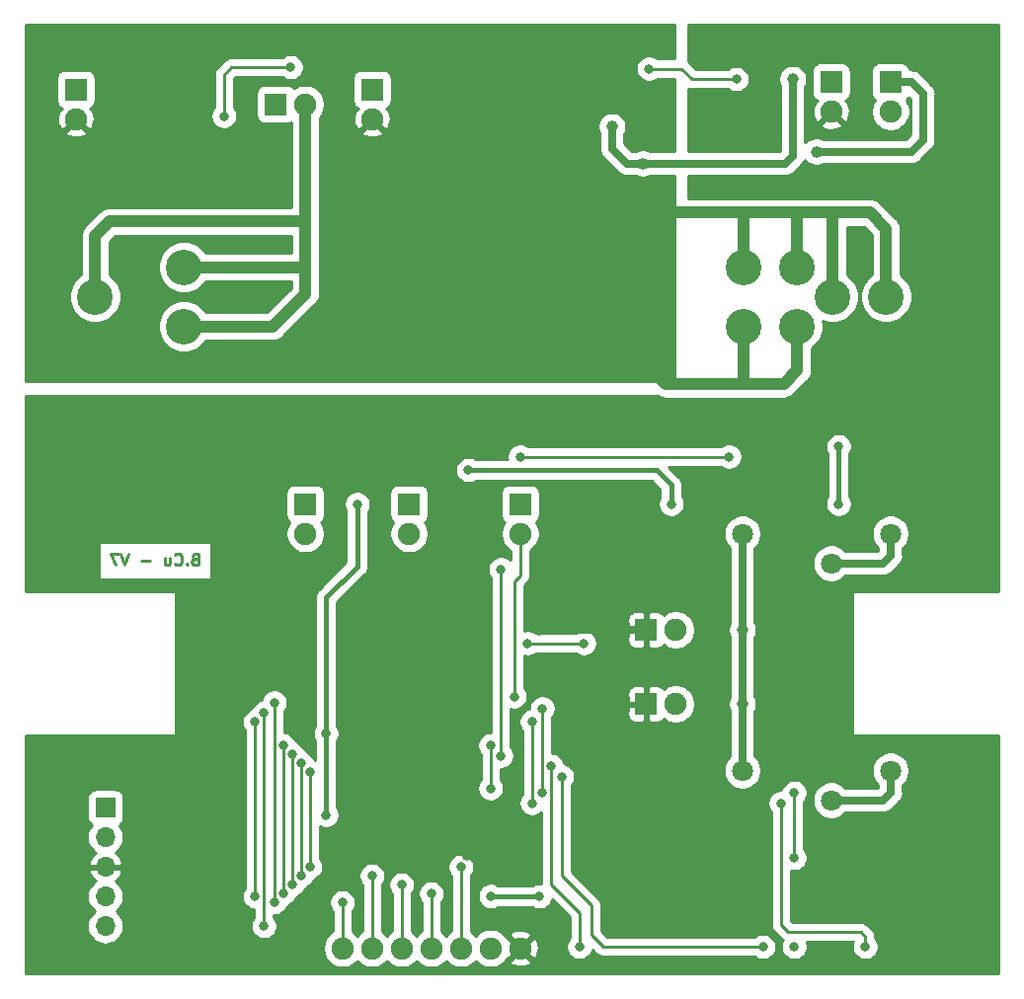
<source format=gbr>
G04 #@! TF.GenerationSoftware,KiCad,Pcbnew,(5.1.0)-1*
G04 #@! TF.CreationDate,2019-08-12T15:22:36+02:00*
G04 #@! TF.ProjectId,LampeSolaire,4c616d70-6553-46f6-9c61-6972652e6b69,7*
G04 #@! TF.SameCoordinates,Original*
G04 #@! TF.FileFunction,Copper,L2,Bot*
G04 #@! TF.FilePolarity,Positive*
%FSLAX46Y46*%
G04 Gerber Fmt 4.6, Leading zero omitted, Abs format (unit mm)*
G04 Created by KiCad (PCBNEW (5.1.0)-1) date 2019-08-12 15:22:36*
%MOMM*%
%LPD*%
G04 APERTURE LIST*
%ADD10C,0.250000*%
%ADD11C,3.048000*%
%ADD12C,1.900000*%
%ADD13R,1.900000X1.900000*%
%ADD14C,1.800000*%
%ADD15R,1.700000X1.700000*%
%ADD16O,1.700000X1.700000*%
%ADD17C,1.000000*%
%ADD18C,0.800000*%
%ADD19C,0.700000*%
%ADD20C,1.000000*%
%ADD21C,0.450000*%
%ADD22C,0.254000*%
G04 APERTURE END LIST*
D10*
X72784761Y-91123571D02*
X72641904Y-91171190D01*
X72594285Y-91218809D01*
X72546666Y-91314047D01*
X72546666Y-91456904D01*
X72594285Y-91552142D01*
X72641904Y-91599761D01*
X72737142Y-91647380D01*
X73118095Y-91647380D01*
X73118095Y-90647380D01*
X72784761Y-90647380D01*
X72689523Y-90695000D01*
X72641904Y-90742619D01*
X72594285Y-90837857D01*
X72594285Y-90933095D01*
X72641904Y-91028333D01*
X72689523Y-91075952D01*
X72784761Y-91123571D01*
X73118095Y-91123571D01*
X72118095Y-91552142D02*
X72070476Y-91599761D01*
X72118095Y-91647380D01*
X72165714Y-91599761D01*
X72118095Y-91552142D01*
X72118095Y-91647380D01*
X71070476Y-91552142D02*
X71118095Y-91599761D01*
X71260952Y-91647380D01*
X71356190Y-91647380D01*
X71499047Y-91599761D01*
X71594285Y-91504523D01*
X71641904Y-91409285D01*
X71689523Y-91218809D01*
X71689523Y-91075952D01*
X71641904Y-90885476D01*
X71594285Y-90790238D01*
X71499047Y-90695000D01*
X71356190Y-90647380D01*
X71260952Y-90647380D01*
X71118095Y-90695000D01*
X71070476Y-90742619D01*
X70213333Y-90980714D02*
X70213333Y-91647380D01*
X70641904Y-90980714D02*
X70641904Y-91504523D01*
X70594285Y-91599761D01*
X70499047Y-91647380D01*
X70356190Y-91647380D01*
X70260952Y-91599761D01*
X70213333Y-91552142D01*
X68975238Y-91266428D02*
X68213333Y-91266428D01*
X67118095Y-90647380D02*
X66784761Y-91647380D01*
X66451428Y-90647380D01*
X66213333Y-90647380D02*
X65546666Y-90647380D01*
X65975238Y-91647380D01*
D11*
X127460000Y-68630000D03*
X119840000Y-71170000D03*
X119840000Y-66090000D03*
X132060000Y-68630000D03*
X124440000Y-71170000D03*
X124440000Y-66090000D03*
X71840000Y-66090000D03*
X71840000Y-71170000D03*
X64220000Y-68630000D03*
D12*
X82265000Y-52120000D03*
D13*
X79725000Y-52120000D03*
D12*
X127350000Y-52755000D03*
D13*
X127350000Y-50215000D03*
D12*
X132430000Y-52755000D03*
D13*
X132430000Y-50215000D03*
D14*
X132430000Y-88950000D03*
X127350000Y-91490000D03*
X119730000Y-88950000D03*
X132430000Y-109270000D03*
X127350000Y-111810000D03*
X119730000Y-109270000D03*
D15*
X65120000Y-112445000D03*
D16*
X65120000Y-114985000D03*
X65120000Y-117525000D03*
X65120000Y-120065000D03*
X65120000Y-122605000D03*
D12*
X98140000Y-124510000D03*
X95600000Y-124510000D03*
X93060000Y-124510000D03*
X85440000Y-124510000D03*
X87980000Y-124510000D03*
X90520000Y-124510000D03*
X100680000Y-124510000D03*
X82265000Y-88950000D03*
D13*
X82265000Y-86410000D03*
D12*
X91155000Y-88950000D03*
D13*
X91155000Y-86410000D03*
D12*
X114015000Y-97205000D03*
D13*
X111475000Y-97205000D03*
D12*
X114015000Y-103555000D03*
D13*
X111475000Y-103555000D03*
D12*
X62580000Y-53390000D03*
D13*
X62580000Y-50850000D03*
D12*
X87980000Y-53390000D03*
D13*
X87980000Y-50850000D03*
X100680000Y-86410000D03*
D12*
X100680000Y-88950000D03*
D17*
X96108000Y-106095000D03*
X96108000Y-113080000D03*
X102331000Y-97205000D03*
X100680000Y-113080000D03*
X96108000Y-97205000D03*
X96108000Y-116534400D03*
X108554000Y-54025000D03*
X111221000Y-57200000D03*
X124048000Y-49961000D03*
D18*
X75280000Y-53136000D03*
X80995000Y-48945000D03*
X119222000Y-49961000D03*
X111729000Y-49072000D03*
X98140000Y-107111000D03*
X98140000Y-110794000D03*
X77947000Y-105079000D03*
X77947000Y-120065000D03*
X78709000Y-104317000D03*
X78709000Y-122605000D03*
D17*
X91155000Y-55041000D03*
X91155000Y-46786000D03*
X126080000Y-56184000D03*
D18*
X99029000Y-91998000D03*
X99029000Y-108000000D03*
X84043000Y-106095000D03*
X84043000Y-113080000D03*
X86710000Y-86410000D03*
X113634000Y-86410000D03*
X127985000Y-81457000D03*
X127985000Y-86410000D03*
X96235000Y-83489000D03*
X98160000Y-120045000D03*
X102331000Y-120065000D03*
D17*
X119730000Y-103555000D03*
X119730000Y-97205000D03*
D18*
X106141000Y-98348000D03*
X101315000Y-98348000D03*
X81122000Y-119049000D03*
X90520000Y-119049000D03*
X81122000Y-107873000D03*
X81884000Y-118287000D03*
X87980000Y-118287000D03*
X81884000Y-108635000D03*
X79598000Y-103428000D03*
X79598000Y-120573000D03*
X85440000Y-120573000D03*
X82646000Y-117525000D03*
X95600000Y-117525000D03*
X82646000Y-109397000D03*
X80360000Y-107111000D03*
X80360000Y-119811000D03*
X93060000Y-119811000D03*
X101696000Y-105079000D03*
X101696000Y-112064000D03*
X123032000Y-112064000D03*
X130271000Y-124383000D03*
X102585000Y-103936000D03*
X102585000Y-111175000D03*
X124175000Y-111175000D03*
X124175000Y-124383000D03*
X124175000Y-116763000D03*
X103347000Y-108889000D03*
X105760000Y-124383000D03*
X104236000Y-109778000D03*
X121508000Y-124383000D03*
X100172000Y-102920000D03*
X118587000Y-82346000D03*
X100680000Y-82346000D03*
D19*
X96108000Y-106095000D02*
X96108000Y-113080000D01*
X102331000Y-97205000D02*
X111475000Y-97205000D01*
X96108000Y-113080000D02*
X100680000Y-113080000D01*
X96108000Y-106095000D02*
X96108000Y-97205000D01*
X96108000Y-116534400D02*
X96108000Y-113080000D01*
X108554000Y-54025000D02*
X108554000Y-55930000D01*
X108554000Y-55930000D02*
X109824000Y-57200000D01*
X109824000Y-57200000D02*
X111221000Y-57200000D01*
X124048000Y-56565000D02*
X124048000Y-49961000D01*
X111221000Y-57200000D02*
X123413000Y-57200000D01*
X123413000Y-57200000D02*
X124048000Y-56565000D01*
D10*
X80995000Y-48945000D02*
X75915000Y-48945000D01*
X75280000Y-49580000D02*
X75280000Y-53136000D01*
X75915000Y-48945000D02*
X75280000Y-49580000D01*
X119222000Y-49961000D02*
X115412000Y-49961000D01*
X115412000Y-49961000D02*
X114523000Y-49072000D01*
X114523000Y-49072000D02*
X111729000Y-49072000D01*
X98140000Y-107111000D02*
X98140000Y-110794000D01*
X77947000Y-105079000D02*
X77947000Y-120065000D01*
X78709000Y-104317000D02*
X78709000Y-122605000D01*
D19*
X91155000Y-55041000D02*
X91155000Y-46786000D01*
D20*
X132060000Y-68630000D02*
X132060000Y-62799000D01*
X132060000Y-62799000D02*
X130652000Y-61391000D01*
X127460000Y-61501000D02*
X127350000Y-61391000D01*
X127460000Y-68630000D02*
X127460000Y-61501000D01*
X130652000Y-61391000D02*
X127350000Y-61391000D01*
X124440000Y-61402000D02*
X124429000Y-61391000D01*
X124440000Y-66090000D02*
X124440000Y-61402000D01*
X127350000Y-61391000D02*
X124429000Y-61391000D01*
X119840000Y-61408000D02*
X119857000Y-61391000D01*
X119840000Y-66090000D02*
X119840000Y-61408000D01*
X124429000Y-61391000D02*
X119857000Y-61391000D01*
X124440000Y-71170000D02*
X124440000Y-74969000D01*
X124440000Y-74969000D02*
X123286000Y-76123000D01*
X119857000Y-61391000D02*
X111609000Y-61391000D01*
X119840000Y-76106000D02*
X119857000Y-76123000D01*
X119840000Y-71170000D02*
X119840000Y-76106000D01*
X123286000Y-76123000D02*
X119857000Y-76123000D01*
X91155000Y-58470000D02*
X91155000Y-55041000D01*
X94076000Y-61391000D02*
X91155000Y-58470000D01*
X119857000Y-76123000D02*
X113123000Y-76123000D01*
X111609000Y-74609000D02*
X111609000Y-61391000D01*
X113123000Y-76123000D02*
X111609000Y-74609000D01*
X111609000Y-61391000D02*
X94076000Y-61391000D01*
X71840000Y-71170000D02*
X79471000Y-71170000D01*
X79471000Y-71170000D02*
X82265000Y-68376000D01*
X82138000Y-66090000D02*
X82265000Y-65963000D01*
X71840000Y-66090000D02*
X82138000Y-66090000D01*
X82265000Y-68376000D02*
X82265000Y-65963000D01*
X64220000Y-68630000D02*
X64220000Y-63434000D01*
X65501000Y-62153000D02*
X82265000Y-62153000D01*
X64220000Y-63434000D02*
X65501000Y-62153000D01*
X82265000Y-65963000D02*
X82265000Y-62153000D01*
X82265000Y-62153000D02*
X82265000Y-52120000D01*
D19*
X126080000Y-56184000D02*
X134208000Y-56184000D01*
X134208000Y-56184000D02*
X135224000Y-55168000D01*
X135224000Y-55168000D02*
X135224000Y-51231000D01*
X134208000Y-50215000D02*
X132430000Y-50215000D01*
X135224000Y-51231000D02*
X134208000Y-50215000D01*
D10*
X99029000Y-108000000D02*
X99029000Y-91998000D01*
D21*
X84043000Y-106095000D02*
X84043000Y-113080000D01*
X86710000Y-91744000D02*
X86710000Y-86410000D01*
X84043000Y-94411000D02*
X86710000Y-91744000D01*
X127985000Y-81457000D02*
X127985000Y-86410000D01*
X84043000Y-94411000D02*
X84043000Y-106095000D01*
X96235000Y-83489000D02*
X112364000Y-83489000D01*
X113634000Y-84759000D02*
X113634000Y-86410000D01*
X112364000Y-83489000D02*
X113634000Y-84759000D01*
X102311000Y-120045000D02*
X102331000Y-120065000D01*
X98160000Y-120045000D02*
X102311000Y-120045000D01*
D19*
X119730000Y-109270000D02*
X119730000Y-103555000D01*
X119730000Y-103555000D02*
X119730000Y-97205000D01*
X119730000Y-97205000D02*
X119730000Y-88950000D01*
D10*
X101315000Y-98348000D02*
X106141000Y-98348000D01*
D19*
X132430000Y-88950000D02*
X132430000Y-90855000D01*
X131795000Y-91490000D02*
X127350000Y-91490000D01*
X132430000Y-90855000D02*
X131795000Y-91490000D01*
X127350000Y-111810000D02*
X131795000Y-111810000D01*
X132430000Y-111175000D02*
X132430000Y-109270000D01*
X131795000Y-111810000D02*
X132430000Y-111175000D01*
D10*
X90520000Y-119049000D02*
X90520000Y-124510000D01*
X81122000Y-107873000D02*
X81122000Y-108889000D01*
X81122000Y-108254000D02*
X81122000Y-108889000D01*
X81122000Y-108889000D02*
X81122000Y-119049000D01*
X87980000Y-118287000D02*
X87980000Y-124510000D01*
X81884000Y-108635000D02*
X81884000Y-109397000D01*
X81884000Y-109016000D02*
X81884000Y-109397000D01*
X81884000Y-109397000D02*
X81884000Y-118287000D01*
X79598000Y-103428000D02*
X79598000Y-120573000D01*
X85440000Y-120573000D02*
X85440000Y-124510000D01*
X95600000Y-117525000D02*
X95600000Y-124510000D01*
X82646000Y-109397000D02*
X82646000Y-110159000D01*
X82646000Y-109778000D02*
X82646000Y-110159000D01*
X82646000Y-110159000D02*
X82646000Y-117525000D01*
X80360000Y-107111000D02*
X80360000Y-119811000D01*
X93060000Y-119811000D02*
X93060000Y-124510000D01*
X101696000Y-105079000D02*
X101696000Y-112064000D01*
X123032000Y-122478000D02*
X123032000Y-112064000D01*
X123667000Y-123113000D02*
X123032000Y-122478000D01*
X129890000Y-123113000D02*
X123667000Y-123113000D01*
X130271000Y-124383000D02*
X130271000Y-123494000D01*
X130271000Y-123494000D02*
X129890000Y-123113000D01*
X102585000Y-103936000D02*
X102585000Y-111175000D01*
X124175000Y-111175000D02*
X124175000Y-116763000D01*
X103347000Y-108889000D02*
X103347000Y-119049000D01*
X103347000Y-119049000D02*
X105760000Y-121462000D01*
X105760000Y-121462000D02*
X105760000Y-124383000D01*
X104236000Y-109778000D02*
X104236000Y-118287000D01*
X104236000Y-118287000D02*
X106776000Y-120827000D01*
X107792000Y-124383000D02*
X106776000Y-123367000D01*
X121508000Y-124383000D02*
X107792000Y-124383000D01*
X106776000Y-120827000D02*
X106776000Y-123367000D01*
X100680000Y-88950000D02*
X100680000Y-92506000D01*
X100172000Y-93014000D02*
X100172000Y-102920000D01*
X100680000Y-92506000D02*
X100172000Y-93014000D01*
X100680000Y-82346000D02*
X118587000Y-82346000D01*
D22*
G36*
X141698000Y-93903000D02*
G01*
X129255000Y-93903000D01*
X129230224Y-93905440D01*
X129206399Y-93912667D01*
X129184443Y-93924403D01*
X129165197Y-93940197D01*
X129149403Y-93959443D01*
X129137667Y-93981399D01*
X129130440Y-94005224D01*
X129128000Y-94030000D01*
X129128000Y-106095000D01*
X129130440Y-106119776D01*
X129137667Y-106143601D01*
X129149403Y-106165557D01*
X129165197Y-106184803D01*
X129184443Y-106200597D01*
X129206399Y-106212333D01*
X129230224Y-106219560D01*
X129255000Y-106222000D01*
X141698000Y-106222000D01*
X141698000Y-126698000D01*
X58302000Y-126698000D01*
X58302000Y-124344830D01*
X83763000Y-124344830D01*
X83763000Y-124675170D01*
X83827446Y-124999163D01*
X83953862Y-125304357D01*
X84137389Y-125579025D01*
X84370975Y-125812611D01*
X84645643Y-125996138D01*
X84950837Y-126122554D01*
X85274830Y-126187000D01*
X85605170Y-126187000D01*
X85929163Y-126122554D01*
X86234357Y-125996138D01*
X86509025Y-125812611D01*
X86710000Y-125611636D01*
X86910975Y-125812611D01*
X87185643Y-125996138D01*
X87490837Y-126122554D01*
X87814830Y-126187000D01*
X88145170Y-126187000D01*
X88469163Y-126122554D01*
X88774357Y-125996138D01*
X89049025Y-125812611D01*
X89250000Y-125611636D01*
X89450975Y-125812611D01*
X89725643Y-125996138D01*
X90030837Y-126122554D01*
X90354830Y-126187000D01*
X90685170Y-126187000D01*
X91009163Y-126122554D01*
X91314357Y-125996138D01*
X91589025Y-125812611D01*
X91790000Y-125611636D01*
X91990975Y-125812611D01*
X92265643Y-125996138D01*
X92570837Y-126122554D01*
X92894830Y-126187000D01*
X93225170Y-126187000D01*
X93549163Y-126122554D01*
X93854357Y-125996138D01*
X94129025Y-125812611D01*
X94330000Y-125611636D01*
X94530975Y-125812611D01*
X94805643Y-125996138D01*
X95110837Y-126122554D01*
X95434830Y-126187000D01*
X95765170Y-126187000D01*
X96089163Y-126122554D01*
X96394357Y-125996138D01*
X96669025Y-125812611D01*
X96870000Y-125611636D01*
X97070975Y-125812611D01*
X97345643Y-125996138D01*
X97650837Y-126122554D01*
X97974830Y-126187000D01*
X98305170Y-126187000D01*
X98629163Y-126122554D01*
X98934357Y-125996138D01*
X99209025Y-125812611D01*
X99411884Y-125609752D01*
X99759853Y-125609752D01*
X99849579Y-125869042D01*
X100130671Y-126004935D01*
X100432873Y-126083379D01*
X100744573Y-126101359D01*
X101053791Y-126058184D01*
X101348644Y-125955513D01*
X101510421Y-125869042D01*
X101600147Y-125609752D01*
X100680000Y-124689605D01*
X99759853Y-125609752D01*
X99411884Y-125609752D01*
X99442611Y-125579025D01*
X99549254Y-125419422D01*
X99580248Y-125430147D01*
X100500395Y-124510000D01*
X100859605Y-124510000D01*
X101779752Y-125430147D01*
X102039042Y-125340421D01*
X102174935Y-125059329D01*
X102253379Y-124757127D01*
X102271359Y-124445427D01*
X102228184Y-124136209D01*
X102125513Y-123841356D01*
X102039042Y-123679579D01*
X101779752Y-123589853D01*
X100859605Y-124510000D01*
X100500395Y-124510000D01*
X99580248Y-123589853D01*
X99549254Y-123600578D01*
X99442611Y-123440975D01*
X99411884Y-123410248D01*
X99759853Y-123410248D01*
X100680000Y-124330395D01*
X101600147Y-123410248D01*
X101510421Y-123150958D01*
X101229329Y-123015065D01*
X100927127Y-122936621D01*
X100615427Y-122918641D01*
X100306209Y-122961816D01*
X100011356Y-123064487D01*
X99849579Y-123150958D01*
X99759853Y-123410248D01*
X99411884Y-123410248D01*
X99209025Y-123207389D01*
X98934357Y-123023862D01*
X98629163Y-122897446D01*
X98305170Y-122833000D01*
X97974830Y-122833000D01*
X97650837Y-122897446D01*
X97345643Y-123023862D01*
X97070975Y-123207389D01*
X96870000Y-123408364D01*
X96669025Y-123207389D01*
X96452000Y-123062378D01*
X96452000Y-119934000D01*
X97033000Y-119934000D01*
X97033000Y-120156000D01*
X97076310Y-120373734D01*
X97161266Y-120578835D01*
X97284602Y-120763421D01*
X97441579Y-120920398D01*
X97626165Y-121043734D01*
X97831266Y-121128690D01*
X98049000Y-121172000D01*
X98271000Y-121172000D01*
X98488734Y-121128690D01*
X98693835Y-121043734D01*
X98763778Y-120997000D01*
X101697290Y-120997000D01*
X101797165Y-121063734D01*
X102002266Y-121148690D01*
X102220000Y-121192000D01*
X102442000Y-121192000D01*
X102659734Y-121148690D01*
X102864835Y-121063734D01*
X103049421Y-120940398D01*
X103206398Y-120783421D01*
X103329734Y-120598835D01*
X103414690Y-120393734D01*
X103426658Y-120333567D01*
X104908000Y-121814910D01*
X104908001Y-123641180D01*
X104884602Y-123664579D01*
X104761266Y-123849165D01*
X104676310Y-124054266D01*
X104633000Y-124272000D01*
X104633000Y-124494000D01*
X104676310Y-124711734D01*
X104761266Y-124916835D01*
X104884602Y-125101421D01*
X105041579Y-125258398D01*
X105226165Y-125381734D01*
X105431266Y-125466690D01*
X105649000Y-125510000D01*
X105871000Y-125510000D01*
X106088734Y-125466690D01*
X106293835Y-125381734D01*
X106478421Y-125258398D01*
X106635398Y-125101421D01*
X106758734Y-124916835D01*
X106843690Y-124711734D01*
X106855658Y-124651568D01*
X107159950Y-124955860D01*
X107186630Y-124988370D01*
X107219138Y-125015048D01*
X107316363Y-125094839D01*
X107354774Y-125115370D01*
X107464376Y-125173954D01*
X107624979Y-125222672D01*
X107750148Y-125235000D01*
X107750151Y-125235000D01*
X107792000Y-125239122D01*
X107833849Y-125235000D01*
X120766181Y-125235000D01*
X120789579Y-125258398D01*
X120974165Y-125381734D01*
X121179266Y-125466690D01*
X121397000Y-125510000D01*
X121619000Y-125510000D01*
X121836734Y-125466690D01*
X122041835Y-125381734D01*
X122226421Y-125258398D01*
X122383398Y-125101421D01*
X122506734Y-124916835D01*
X122591690Y-124711734D01*
X122635000Y-124494000D01*
X122635000Y-124272000D01*
X122591690Y-124054266D01*
X122506734Y-123849165D01*
X122383398Y-123664579D01*
X122226421Y-123507602D01*
X122041835Y-123384266D01*
X121836734Y-123299310D01*
X121619000Y-123256000D01*
X121397000Y-123256000D01*
X121179266Y-123299310D01*
X120974165Y-123384266D01*
X120789579Y-123507602D01*
X120766181Y-123531000D01*
X108144910Y-123531000D01*
X107628000Y-123014091D01*
X107628000Y-120868848D01*
X107632122Y-120826999D01*
X107627830Y-120783421D01*
X107615672Y-120659979D01*
X107566954Y-120499376D01*
X107509893Y-120392624D01*
X107487839Y-120351363D01*
X107408048Y-120254138D01*
X107381370Y-120221630D01*
X107348861Y-120194951D01*
X105088000Y-117934091D01*
X105088000Y-111953000D01*
X121905000Y-111953000D01*
X121905000Y-112175000D01*
X121948310Y-112392734D01*
X122033266Y-112597835D01*
X122156602Y-112782421D01*
X122180001Y-112805820D01*
X122180000Y-122436151D01*
X122175878Y-122478000D01*
X122180000Y-122519849D01*
X122180000Y-122519851D01*
X122192328Y-122645020D01*
X122241046Y-122805623D01*
X122320161Y-122953636D01*
X122356027Y-122997339D01*
X122426630Y-123083370D01*
X122459145Y-123110054D01*
X123034949Y-123685859D01*
X123061630Y-123718370D01*
X123191364Y-123824839D01*
X123192216Y-123825294D01*
X123176266Y-123849165D01*
X123091310Y-124054266D01*
X123048000Y-124272000D01*
X123048000Y-124494000D01*
X123091310Y-124711734D01*
X123176266Y-124916835D01*
X123299602Y-125101421D01*
X123456579Y-125258398D01*
X123641165Y-125381734D01*
X123846266Y-125466690D01*
X124064000Y-125510000D01*
X124286000Y-125510000D01*
X124503734Y-125466690D01*
X124708835Y-125381734D01*
X124893421Y-125258398D01*
X125050398Y-125101421D01*
X125173734Y-124916835D01*
X125258690Y-124711734D01*
X125302000Y-124494000D01*
X125302000Y-124272000D01*
X125258690Y-124054266D01*
X125221715Y-123965000D01*
X129224285Y-123965000D01*
X129187310Y-124054266D01*
X129144000Y-124272000D01*
X129144000Y-124494000D01*
X129187310Y-124711734D01*
X129272266Y-124916835D01*
X129395602Y-125101421D01*
X129552579Y-125258398D01*
X129737165Y-125381734D01*
X129942266Y-125466690D01*
X130160000Y-125510000D01*
X130382000Y-125510000D01*
X130599734Y-125466690D01*
X130804835Y-125381734D01*
X130989421Y-125258398D01*
X131146398Y-125101421D01*
X131269734Y-124916835D01*
X131354690Y-124711734D01*
X131398000Y-124494000D01*
X131398000Y-124272000D01*
X131354690Y-124054266D01*
X131269734Y-123849165D01*
X131146398Y-123664579D01*
X131123000Y-123641181D01*
X131123000Y-123535848D01*
X131127122Y-123493999D01*
X131123000Y-123452148D01*
X131110672Y-123326979D01*
X131061954Y-123166376D01*
X130982839Y-123018364D01*
X130876370Y-122888630D01*
X130843854Y-122861945D01*
X130522055Y-122540146D01*
X130495370Y-122507630D01*
X130365636Y-122401161D01*
X130217624Y-122322046D01*
X130057021Y-122273328D01*
X129931852Y-122261000D01*
X129931849Y-122261000D01*
X129890000Y-122256878D01*
X129848151Y-122261000D01*
X124019910Y-122261000D01*
X123884000Y-122125091D01*
X123884000Y-117854196D01*
X124064000Y-117890000D01*
X124286000Y-117890000D01*
X124503734Y-117846690D01*
X124708835Y-117761734D01*
X124893421Y-117638398D01*
X125050398Y-117481421D01*
X125173734Y-117296835D01*
X125258690Y-117091734D01*
X125302000Y-116874000D01*
X125302000Y-116652000D01*
X125258690Y-116434266D01*
X125173734Y-116229165D01*
X125050398Y-116044579D01*
X125027000Y-116021181D01*
X125027000Y-111916819D01*
X125050398Y-111893421D01*
X125173734Y-111708835D01*
X125198205Y-111649755D01*
X125723000Y-111649755D01*
X125723000Y-111970245D01*
X125785525Y-112284578D01*
X125908172Y-112580673D01*
X126086227Y-112847152D01*
X126312848Y-113073773D01*
X126579327Y-113251828D01*
X126875422Y-113374475D01*
X127189755Y-113437000D01*
X127510245Y-113437000D01*
X127824578Y-113374475D01*
X128120673Y-113251828D01*
X128387152Y-113073773D01*
X128573925Y-112887000D01*
X131742093Y-112887000D01*
X131795000Y-112892211D01*
X131847907Y-112887000D01*
X131847909Y-112887000D01*
X132006129Y-112871417D01*
X132209144Y-112809833D01*
X132396244Y-112709826D01*
X132560239Y-112575239D01*
X132593973Y-112534134D01*
X133154134Y-111973973D01*
X133195239Y-111940239D01*
X133302123Y-111810000D01*
X133329826Y-111776245D01*
X133396965Y-111650636D01*
X133429833Y-111589144D01*
X133472735Y-111447714D01*
X133491417Y-111386130D01*
X133512211Y-111175000D01*
X133507000Y-111122091D01*
X133507000Y-110493925D01*
X133693773Y-110307152D01*
X133871828Y-110040673D01*
X133994475Y-109744578D01*
X134057000Y-109430245D01*
X134057000Y-109109755D01*
X133994475Y-108795422D01*
X133871828Y-108499327D01*
X133693773Y-108232848D01*
X133467152Y-108006227D01*
X133200673Y-107828172D01*
X132904578Y-107705525D01*
X132590245Y-107643000D01*
X132269755Y-107643000D01*
X131955422Y-107705525D01*
X131659327Y-107828172D01*
X131392848Y-108006227D01*
X131166227Y-108232848D01*
X130988172Y-108499327D01*
X130865525Y-108795422D01*
X130803000Y-109109755D01*
X130803000Y-109430245D01*
X130865525Y-109744578D01*
X130988172Y-110040673D01*
X131166227Y-110307152D01*
X131353000Y-110493925D01*
X131353000Y-110728893D01*
X131348893Y-110733000D01*
X128573925Y-110733000D01*
X128387152Y-110546227D01*
X128120673Y-110368172D01*
X127824578Y-110245525D01*
X127510245Y-110183000D01*
X127189755Y-110183000D01*
X126875422Y-110245525D01*
X126579327Y-110368172D01*
X126312848Y-110546227D01*
X126086227Y-110772848D01*
X125908172Y-111039327D01*
X125785525Y-111335422D01*
X125723000Y-111649755D01*
X125198205Y-111649755D01*
X125258690Y-111503734D01*
X125302000Y-111286000D01*
X125302000Y-111064000D01*
X125258690Y-110846266D01*
X125173734Y-110641165D01*
X125050398Y-110456579D01*
X124893421Y-110299602D01*
X124708835Y-110176266D01*
X124503734Y-110091310D01*
X124286000Y-110048000D01*
X124064000Y-110048000D01*
X123846266Y-110091310D01*
X123641165Y-110176266D01*
X123456579Y-110299602D01*
X123299602Y-110456579D01*
X123176266Y-110641165D01*
X123091310Y-110846266D01*
X123073262Y-110937000D01*
X122921000Y-110937000D01*
X122703266Y-110980310D01*
X122498165Y-111065266D01*
X122313579Y-111188602D01*
X122156602Y-111345579D01*
X122033266Y-111530165D01*
X121948310Y-111735266D01*
X121905000Y-111953000D01*
X105088000Y-111953000D01*
X105088000Y-110519819D01*
X105111398Y-110496421D01*
X105234734Y-110311835D01*
X105319690Y-110106734D01*
X105363000Y-109889000D01*
X105363000Y-109667000D01*
X105319690Y-109449266D01*
X105234734Y-109244165D01*
X105111398Y-109059579D01*
X104954421Y-108902602D01*
X104769835Y-108779266D01*
X104564734Y-108694310D01*
X104452929Y-108672071D01*
X104430690Y-108560266D01*
X104345734Y-108355165D01*
X104222398Y-108170579D01*
X104065421Y-108013602D01*
X103880835Y-107890266D01*
X103675734Y-107805310D01*
X103458000Y-107762000D01*
X103437000Y-107762000D01*
X103437000Y-104677819D01*
X103460398Y-104654421D01*
X103560237Y-104505000D01*
X109886928Y-104505000D01*
X109899188Y-104629482D01*
X109935498Y-104749180D01*
X109994463Y-104859494D01*
X110073815Y-104956185D01*
X110170506Y-105035537D01*
X110280820Y-105094502D01*
X110400518Y-105130812D01*
X110525000Y-105143072D01*
X111189250Y-105140000D01*
X111348000Y-104981250D01*
X111348000Y-103682000D01*
X110048750Y-103682000D01*
X109890000Y-103840750D01*
X109886928Y-104505000D01*
X103560237Y-104505000D01*
X103583734Y-104469835D01*
X103668690Y-104264734D01*
X103712000Y-104047000D01*
X103712000Y-103825000D01*
X103668690Y-103607266D01*
X103583734Y-103402165D01*
X103460398Y-103217579D01*
X103303421Y-103060602D01*
X103118835Y-102937266D01*
X102913734Y-102852310D01*
X102696000Y-102809000D01*
X102474000Y-102809000D01*
X102256266Y-102852310D01*
X102051165Y-102937266D01*
X101866579Y-103060602D01*
X101709602Y-103217579D01*
X101586266Y-103402165D01*
X101501310Y-103607266D01*
X101458000Y-103825000D01*
X101458000Y-103977262D01*
X101367266Y-103995310D01*
X101162165Y-104080266D01*
X100977579Y-104203602D01*
X100820602Y-104360579D01*
X100697266Y-104545165D01*
X100612310Y-104750266D01*
X100569000Y-104968000D01*
X100569000Y-105190000D01*
X100612310Y-105407734D01*
X100697266Y-105612835D01*
X100820602Y-105797421D01*
X100844000Y-105820819D01*
X100844001Y-111322180D01*
X100820602Y-111345579D01*
X100697266Y-111530165D01*
X100612310Y-111735266D01*
X100569000Y-111953000D01*
X100569000Y-112175000D01*
X100612310Y-112392734D01*
X100697266Y-112597835D01*
X100820602Y-112782421D01*
X100977579Y-112939398D01*
X101162165Y-113062734D01*
X101367266Y-113147690D01*
X101585000Y-113191000D01*
X101807000Y-113191000D01*
X102024734Y-113147690D01*
X102229835Y-113062734D01*
X102414421Y-112939398D01*
X102495000Y-112858819D01*
X102495001Y-118948543D01*
X102442000Y-118938000D01*
X102220000Y-118938000D01*
X102002266Y-118981310D01*
X101797165Y-119066266D01*
X101757155Y-119093000D01*
X98763778Y-119093000D01*
X98693835Y-119046266D01*
X98488734Y-118961310D01*
X98271000Y-118918000D01*
X98049000Y-118918000D01*
X97831266Y-118961310D01*
X97626165Y-119046266D01*
X97441579Y-119169602D01*
X97284602Y-119326579D01*
X97161266Y-119511165D01*
X97076310Y-119716266D01*
X97033000Y-119934000D01*
X96452000Y-119934000D01*
X96452000Y-118266819D01*
X96475398Y-118243421D01*
X96598734Y-118058835D01*
X96683690Y-117853734D01*
X96727000Y-117636000D01*
X96727000Y-117414000D01*
X96683690Y-117196266D01*
X96598734Y-116991165D01*
X96475398Y-116806579D01*
X96318421Y-116649602D01*
X96133835Y-116526266D01*
X95928734Y-116441310D01*
X95711000Y-116398000D01*
X95489000Y-116398000D01*
X95271266Y-116441310D01*
X95066165Y-116526266D01*
X94881579Y-116649602D01*
X94724602Y-116806579D01*
X94601266Y-116991165D01*
X94516310Y-117196266D01*
X94473000Y-117414000D01*
X94473000Y-117636000D01*
X94516310Y-117853734D01*
X94601266Y-118058835D01*
X94724602Y-118243421D01*
X94748000Y-118266819D01*
X94748001Y-123062377D01*
X94530975Y-123207389D01*
X94330000Y-123408364D01*
X94129025Y-123207389D01*
X93912000Y-123062378D01*
X93912000Y-120552819D01*
X93935398Y-120529421D01*
X94058734Y-120344835D01*
X94143690Y-120139734D01*
X94187000Y-119922000D01*
X94187000Y-119700000D01*
X94143690Y-119482266D01*
X94058734Y-119277165D01*
X93935398Y-119092579D01*
X93778421Y-118935602D01*
X93593835Y-118812266D01*
X93388734Y-118727310D01*
X93171000Y-118684000D01*
X92949000Y-118684000D01*
X92731266Y-118727310D01*
X92526165Y-118812266D01*
X92341579Y-118935602D01*
X92184602Y-119092579D01*
X92061266Y-119277165D01*
X91976310Y-119482266D01*
X91933000Y-119700000D01*
X91933000Y-119922000D01*
X91976310Y-120139734D01*
X92061266Y-120344835D01*
X92184602Y-120529421D01*
X92208000Y-120552819D01*
X92208001Y-123062377D01*
X91990975Y-123207389D01*
X91790000Y-123408364D01*
X91589025Y-123207389D01*
X91372000Y-123062378D01*
X91372000Y-119790819D01*
X91395398Y-119767421D01*
X91518734Y-119582835D01*
X91603690Y-119377734D01*
X91647000Y-119160000D01*
X91647000Y-118938000D01*
X91603690Y-118720266D01*
X91518734Y-118515165D01*
X91395398Y-118330579D01*
X91238421Y-118173602D01*
X91053835Y-118050266D01*
X90848734Y-117965310D01*
X90631000Y-117922000D01*
X90409000Y-117922000D01*
X90191266Y-117965310D01*
X89986165Y-118050266D01*
X89801579Y-118173602D01*
X89644602Y-118330579D01*
X89521266Y-118515165D01*
X89436310Y-118720266D01*
X89393000Y-118938000D01*
X89393000Y-119160000D01*
X89436310Y-119377734D01*
X89521266Y-119582835D01*
X89644602Y-119767421D01*
X89668000Y-119790819D01*
X89668001Y-123062377D01*
X89450975Y-123207389D01*
X89250000Y-123408364D01*
X89049025Y-123207389D01*
X88832000Y-123062378D01*
X88832000Y-119028819D01*
X88855398Y-119005421D01*
X88978734Y-118820835D01*
X89063690Y-118615734D01*
X89107000Y-118398000D01*
X89107000Y-118176000D01*
X89063690Y-117958266D01*
X88978734Y-117753165D01*
X88855398Y-117568579D01*
X88698421Y-117411602D01*
X88513835Y-117288266D01*
X88308734Y-117203310D01*
X88091000Y-117160000D01*
X87869000Y-117160000D01*
X87651266Y-117203310D01*
X87446165Y-117288266D01*
X87261579Y-117411602D01*
X87104602Y-117568579D01*
X86981266Y-117753165D01*
X86896310Y-117958266D01*
X86853000Y-118176000D01*
X86853000Y-118398000D01*
X86896310Y-118615734D01*
X86981266Y-118820835D01*
X87104602Y-119005421D01*
X87128000Y-119028819D01*
X87128001Y-123062377D01*
X86910975Y-123207389D01*
X86710000Y-123408364D01*
X86509025Y-123207389D01*
X86292000Y-123062378D01*
X86292000Y-121314819D01*
X86315398Y-121291421D01*
X86438734Y-121106835D01*
X86523690Y-120901734D01*
X86567000Y-120684000D01*
X86567000Y-120462000D01*
X86523690Y-120244266D01*
X86438734Y-120039165D01*
X86315398Y-119854579D01*
X86158421Y-119697602D01*
X85973835Y-119574266D01*
X85768734Y-119489310D01*
X85551000Y-119446000D01*
X85329000Y-119446000D01*
X85111266Y-119489310D01*
X84906165Y-119574266D01*
X84721579Y-119697602D01*
X84564602Y-119854579D01*
X84441266Y-120039165D01*
X84356310Y-120244266D01*
X84313000Y-120462000D01*
X84313000Y-120684000D01*
X84356310Y-120901734D01*
X84441266Y-121106835D01*
X84564602Y-121291421D01*
X84588000Y-121314819D01*
X84588001Y-123062377D01*
X84370975Y-123207389D01*
X84137389Y-123440975D01*
X83953862Y-123715643D01*
X83827446Y-124020837D01*
X83763000Y-124344830D01*
X58302000Y-124344830D01*
X58302000Y-120065000D01*
X63535370Y-120065000D01*
X63565818Y-120374146D01*
X63655993Y-120671412D01*
X63802428Y-120945373D01*
X63999497Y-121185503D01*
X64181660Y-121335000D01*
X63999497Y-121484497D01*
X63802428Y-121724627D01*
X63655993Y-121998588D01*
X63565818Y-122295854D01*
X63535370Y-122605000D01*
X63565818Y-122914146D01*
X63655993Y-123211412D01*
X63802428Y-123485373D01*
X63999497Y-123725503D01*
X64239627Y-123922572D01*
X64513588Y-124069007D01*
X64810854Y-124159182D01*
X65042531Y-124182000D01*
X65197469Y-124182000D01*
X65429146Y-124159182D01*
X65726412Y-124069007D01*
X66000373Y-123922572D01*
X66240503Y-123725503D01*
X66437572Y-123485373D01*
X66584007Y-123211412D01*
X66674182Y-122914146D01*
X66704630Y-122605000D01*
X66674182Y-122295854D01*
X66584007Y-121998588D01*
X66437572Y-121724627D01*
X66240503Y-121484497D01*
X66058340Y-121335000D01*
X66240503Y-121185503D01*
X66437572Y-120945373D01*
X66584007Y-120671412D01*
X66674182Y-120374146D01*
X66704630Y-120065000D01*
X66674182Y-119755854D01*
X66584007Y-119458588D01*
X66437572Y-119184627D01*
X66240503Y-118944497D01*
X66000373Y-118747428D01*
X65976779Y-118734817D01*
X66001355Y-118720178D01*
X66217588Y-118525269D01*
X66391641Y-118291920D01*
X66516825Y-118029099D01*
X66561476Y-117881890D01*
X66440155Y-117652000D01*
X65247000Y-117652000D01*
X65247000Y-117672000D01*
X64993000Y-117672000D01*
X64993000Y-117652000D01*
X63799845Y-117652000D01*
X63678524Y-117881890D01*
X63723175Y-118029099D01*
X63848359Y-118291920D01*
X64022412Y-118525269D01*
X64238645Y-118720178D01*
X64263221Y-118734817D01*
X64239627Y-118747428D01*
X63999497Y-118944497D01*
X63802428Y-119184627D01*
X63655993Y-119458588D01*
X63565818Y-119755854D01*
X63535370Y-120065000D01*
X58302000Y-120065000D01*
X58302000Y-114985000D01*
X63535370Y-114985000D01*
X63565818Y-115294146D01*
X63655993Y-115591412D01*
X63802428Y-115865373D01*
X63999497Y-116105503D01*
X64239627Y-116302572D01*
X64263221Y-116315183D01*
X64238645Y-116329822D01*
X64022412Y-116524731D01*
X63848359Y-116758080D01*
X63723175Y-117020901D01*
X63678524Y-117168110D01*
X63799845Y-117398000D01*
X64993000Y-117398000D01*
X64993000Y-117378000D01*
X65247000Y-117378000D01*
X65247000Y-117398000D01*
X66440155Y-117398000D01*
X66561476Y-117168110D01*
X66516825Y-117020901D01*
X66391641Y-116758080D01*
X66217588Y-116524731D01*
X66001355Y-116329822D01*
X65976779Y-116315183D01*
X66000373Y-116302572D01*
X66240503Y-116105503D01*
X66437572Y-115865373D01*
X66584007Y-115591412D01*
X66674182Y-115294146D01*
X66704630Y-114985000D01*
X66674182Y-114675854D01*
X66584007Y-114378588D01*
X66437572Y-114104627D01*
X66303396Y-113941132D01*
X66375853Y-113902403D01*
X66486554Y-113811554D01*
X66577403Y-113700853D01*
X66644910Y-113574557D01*
X66686480Y-113437517D01*
X66700517Y-113295000D01*
X66700517Y-111595000D01*
X66686480Y-111452483D01*
X66644910Y-111315443D01*
X66577403Y-111189147D01*
X66486554Y-111078446D01*
X66375853Y-110987597D01*
X66249557Y-110920090D01*
X66112517Y-110878520D01*
X65970000Y-110864483D01*
X64270000Y-110864483D01*
X64127483Y-110878520D01*
X63990443Y-110920090D01*
X63864147Y-110987597D01*
X63753446Y-111078446D01*
X63662597Y-111189147D01*
X63595090Y-111315443D01*
X63553520Y-111452483D01*
X63539483Y-111595000D01*
X63539483Y-113295000D01*
X63553520Y-113437517D01*
X63595090Y-113574557D01*
X63662597Y-113700853D01*
X63753446Y-113811554D01*
X63864147Y-113902403D01*
X63936604Y-113941132D01*
X63802428Y-114104627D01*
X63655993Y-114378588D01*
X63565818Y-114675854D01*
X63535370Y-114985000D01*
X58302000Y-114985000D01*
X58302000Y-106222000D01*
X71037466Y-106222000D01*
X71062242Y-106219560D01*
X71086067Y-106212333D01*
X71108023Y-106200597D01*
X71127269Y-106184803D01*
X71143063Y-106165557D01*
X71154799Y-106143601D01*
X71162026Y-106119776D01*
X71164466Y-106095000D01*
X71164466Y-104968000D01*
X76820000Y-104968000D01*
X76820000Y-105190000D01*
X76863310Y-105407734D01*
X76948266Y-105612835D01*
X77071602Y-105797421D01*
X77095000Y-105820819D01*
X77095001Y-119323180D01*
X77071602Y-119346579D01*
X76948266Y-119531165D01*
X76863310Y-119736266D01*
X76820000Y-119954000D01*
X76820000Y-120176000D01*
X76863310Y-120393734D01*
X76948266Y-120598835D01*
X77071602Y-120783421D01*
X77228579Y-120940398D01*
X77413165Y-121063734D01*
X77618266Y-121148690D01*
X77836000Y-121192000D01*
X77857001Y-121192000D01*
X77857001Y-121863180D01*
X77833602Y-121886579D01*
X77710266Y-122071165D01*
X77625310Y-122276266D01*
X77582000Y-122494000D01*
X77582000Y-122716000D01*
X77625310Y-122933734D01*
X77710266Y-123138835D01*
X77833602Y-123323421D01*
X77990579Y-123480398D01*
X78175165Y-123603734D01*
X78380266Y-123688690D01*
X78598000Y-123732000D01*
X78820000Y-123732000D01*
X79037734Y-123688690D01*
X79242835Y-123603734D01*
X79427421Y-123480398D01*
X79584398Y-123323421D01*
X79707734Y-123138835D01*
X79792690Y-122933734D01*
X79836000Y-122716000D01*
X79836000Y-122494000D01*
X79792690Y-122276266D01*
X79707734Y-122071165D01*
X79584398Y-121886579D01*
X79561000Y-121863181D01*
X79561000Y-121700000D01*
X79709000Y-121700000D01*
X79926734Y-121656690D01*
X80131835Y-121571734D01*
X80316421Y-121448398D01*
X80473398Y-121291421D01*
X80596734Y-121106835D01*
X80681690Y-120901734D01*
X80682859Y-120895859D01*
X80688734Y-120894690D01*
X80893835Y-120809734D01*
X81078421Y-120686398D01*
X81235398Y-120529421D01*
X81358734Y-120344835D01*
X81443690Y-120139734D01*
X81444859Y-120133859D01*
X81450734Y-120132690D01*
X81655835Y-120047734D01*
X81840421Y-119924398D01*
X81997398Y-119767421D01*
X82120734Y-119582835D01*
X82205690Y-119377734D01*
X82206859Y-119371859D01*
X82212734Y-119370690D01*
X82417835Y-119285734D01*
X82602421Y-119162398D01*
X82759398Y-119005421D01*
X82882734Y-118820835D01*
X82967690Y-118615734D01*
X82968859Y-118609859D01*
X82974734Y-118608690D01*
X83179835Y-118523734D01*
X83364421Y-118400398D01*
X83521398Y-118243421D01*
X83644734Y-118058835D01*
X83729690Y-117853734D01*
X83773000Y-117636000D01*
X83773000Y-117414000D01*
X83729690Y-117196266D01*
X83644734Y-116991165D01*
X83521398Y-116806579D01*
X83498000Y-116783181D01*
X83498000Y-114071274D01*
X83509165Y-114078734D01*
X83714266Y-114163690D01*
X83932000Y-114207000D01*
X84154000Y-114207000D01*
X84371734Y-114163690D01*
X84576835Y-114078734D01*
X84761421Y-113955398D01*
X84918398Y-113798421D01*
X85041734Y-113613835D01*
X85126690Y-113408734D01*
X85170000Y-113191000D01*
X85170000Y-112969000D01*
X85126690Y-112751266D01*
X85041734Y-112546165D01*
X84995000Y-112476222D01*
X84995000Y-107000000D01*
X97013000Y-107000000D01*
X97013000Y-107222000D01*
X97056310Y-107439734D01*
X97141266Y-107644835D01*
X97264602Y-107829421D01*
X97288000Y-107852819D01*
X97288001Y-110052180D01*
X97264602Y-110075579D01*
X97141266Y-110260165D01*
X97056310Y-110465266D01*
X97013000Y-110683000D01*
X97013000Y-110905000D01*
X97056310Y-111122734D01*
X97141266Y-111327835D01*
X97264602Y-111512421D01*
X97421579Y-111669398D01*
X97606165Y-111792734D01*
X97811266Y-111877690D01*
X98029000Y-111921000D01*
X98251000Y-111921000D01*
X98468734Y-111877690D01*
X98673835Y-111792734D01*
X98858421Y-111669398D01*
X99015398Y-111512421D01*
X99138734Y-111327835D01*
X99223690Y-111122734D01*
X99267000Y-110905000D01*
X99267000Y-110683000D01*
X99223690Y-110465266D01*
X99138734Y-110260165D01*
X99015398Y-110075579D01*
X98992000Y-110052181D01*
X98992000Y-109127000D01*
X99140000Y-109127000D01*
X99357734Y-109083690D01*
X99562835Y-108998734D01*
X99747421Y-108875398D01*
X99904398Y-108718421D01*
X100027734Y-108533835D01*
X100112690Y-108328734D01*
X100156000Y-108111000D01*
X100156000Y-107889000D01*
X100112690Y-107671266D01*
X100027734Y-107466165D01*
X99904398Y-107281579D01*
X99881000Y-107258181D01*
X99881000Y-104011196D01*
X100061000Y-104047000D01*
X100283000Y-104047000D01*
X100500734Y-104003690D01*
X100705835Y-103918734D01*
X100890421Y-103795398D01*
X101047398Y-103638421D01*
X101170734Y-103453835D01*
X101255690Y-103248734D01*
X101299000Y-103031000D01*
X101299000Y-102809000D01*
X101258422Y-102605000D01*
X109886928Y-102605000D01*
X109890000Y-103269250D01*
X110048750Y-103428000D01*
X111348000Y-103428000D01*
X111348000Y-102128750D01*
X111602000Y-102128750D01*
X111602000Y-103428000D01*
X111622000Y-103428000D01*
X111622000Y-103682000D01*
X111602000Y-103682000D01*
X111602000Y-104981250D01*
X111760750Y-105140000D01*
X112425000Y-105143072D01*
X112549482Y-105130812D01*
X112669180Y-105094502D01*
X112779494Y-105035537D01*
X112876185Y-104956185D01*
X112953149Y-104862404D01*
X113220643Y-105041138D01*
X113525837Y-105167554D01*
X113849830Y-105232000D01*
X114180170Y-105232000D01*
X114504163Y-105167554D01*
X114809357Y-105041138D01*
X115084025Y-104857611D01*
X115317611Y-104624025D01*
X115501138Y-104349357D01*
X115627554Y-104044163D01*
X115692000Y-103720170D01*
X115692000Y-103389830D01*
X115627554Y-103065837D01*
X115501138Y-102760643D01*
X115317611Y-102485975D01*
X115084025Y-102252389D01*
X114809357Y-102068862D01*
X114504163Y-101942446D01*
X114180170Y-101878000D01*
X113849830Y-101878000D01*
X113525837Y-101942446D01*
X113220643Y-102068862D01*
X112953149Y-102247596D01*
X112876185Y-102153815D01*
X112779494Y-102074463D01*
X112669180Y-102015498D01*
X112549482Y-101979188D01*
X112425000Y-101966928D01*
X111760750Y-101970000D01*
X111602000Y-102128750D01*
X111348000Y-102128750D01*
X111189250Y-101970000D01*
X110525000Y-101966928D01*
X110400518Y-101979188D01*
X110280820Y-102015498D01*
X110170506Y-102074463D01*
X110073815Y-102153815D01*
X109994463Y-102250506D01*
X109935498Y-102360820D01*
X109899188Y-102480518D01*
X109886928Y-102605000D01*
X101258422Y-102605000D01*
X101255690Y-102591266D01*
X101170734Y-102386165D01*
X101047398Y-102201579D01*
X101024000Y-102178181D01*
X101024000Y-99439196D01*
X101204000Y-99475000D01*
X101426000Y-99475000D01*
X101643734Y-99431690D01*
X101848835Y-99346734D01*
X102033421Y-99223398D01*
X102056819Y-99200000D01*
X105399181Y-99200000D01*
X105422579Y-99223398D01*
X105607165Y-99346734D01*
X105812266Y-99431690D01*
X106030000Y-99475000D01*
X106252000Y-99475000D01*
X106469734Y-99431690D01*
X106674835Y-99346734D01*
X106859421Y-99223398D01*
X107016398Y-99066421D01*
X107139734Y-98881835D01*
X107224690Y-98676734D01*
X107268000Y-98459000D01*
X107268000Y-98237000D01*
X107251690Y-98155000D01*
X109886928Y-98155000D01*
X109899188Y-98279482D01*
X109935498Y-98399180D01*
X109994463Y-98509494D01*
X110073815Y-98606185D01*
X110170506Y-98685537D01*
X110280820Y-98744502D01*
X110400518Y-98780812D01*
X110525000Y-98793072D01*
X111189250Y-98790000D01*
X111348000Y-98631250D01*
X111348000Y-97332000D01*
X110048750Y-97332000D01*
X109890000Y-97490750D01*
X109886928Y-98155000D01*
X107251690Y-98155000D01*
X107224690Y-98019266D01*
X107139734Y-97814165D01*
X107016398Y-97629579D01*
X106859421Y-97472602D01*
X106674835Y-97349266D01*
X106469734Y-97264310D01*
X106252000Y-97221000D01*
X106030000Y-97221000D01*
X105812266Y-97264310D01*
X105607165Y-97349266D01*
X105422579Y-97472602D01*
X105399181Y-97496000D01*
X102056819Y-97496000D01*
X102033421Y-97472602D01*
X101848835Y-97349266D01*
X101643734Y-97264310D01*
X101426000Y-97221000D01*
X101204000Y-97221000D01*
X101024000Y-97256804D01*
X101024000Y-96255000D01*
X109886928Y-96255000D01*
X109890000Y-96919250D01*
X110048750Y-97078000D01*
X111348000Y-97078000D01*
X111348000Y-95778750D01*
X111602000Y-95778750D01*
X111602000Y-97078000D01*
X111622000Y-97078000D01*
X111622000Y-97332000D01*
X111602000Y-97332000D01*
X111602000Y-98631250D01*
X111760750Y-98790000D01*
X112425000Y-98793072D01*
X112549482Y-98780812D01*
X112669180Y-98744502D01*
X112779494Y-98685537D01*
X112876185Y-98606185D01*
X112953149Y-98512404D01*
X113220643Y-98691138D01*
X113525837Y-98817554D01*
X113849830Y-98882000D01*
X114180170Y-98882000D01*
X114504163Y-98817554D01*
X114809357Y-98691138D01*
X115084025Y-98507611D01*
X115317611Y-98274025D01*
X115501138Y-97999357D01*
X115627554Y-97694163D01*
X115692000Y-97370170D01*
X115692000Y-97039830D01*
X115627554Y-96715837D01*
X115501138Y-96410643D01*
X115317611Y-96135975D01*
X115084025Y-95902389D01*
X114809357Y-95718862D01*
X114504163Y-95592446D01*
X114180170Y-95528000D01*
X113849830Y-95528000D01*
X113525837Y-95592446D01*
X113220643Y-95718862D01*
X112953149Y-95897596D01*
X112876185Y-95803815D01*
X112779494Y-95724463D01*
X112669180Y-95665498D01*
X112549482Y-95629188D01*
X112425000Y-95616928D01*
X111760750Y-95620000D01*
X111602000Y-95778750D01*
X111348000Y-95778750D01*
X111189250Y-95620000D01*
X110525000Y-95616928D01*
X110400518Y-95629188D01*
X110280820Y-95665498D01*
X110170506Y-95724463D01*
X110073815Y-95803815D01*
X109994463Y-95900506D01*
X109935498Y-96010820D01*
X109899188Y-96130518D01*
X109886928Y-96255000D01*
X101024000Y-96255000D01*
X101024000Y-93366909D01*
X101252854Y-93138055D01*
X101285370Y-93111370D01*
X101379449Y-92996734D01*
X101391839Y-92981637D01*
X101463815Y-92846980D01*
X101470954Y-92833624D01*
X101519672Y-92673021D01*
X101532000Y-92547852D01*
X101532000Y-92547850D01*
X101536122Y-92506001D01*
X101532000Y-92464152D01*
X101532000Y-90397622D01*
X101749025Y-90252611D01*
X101982611Y-90019025D01*
X102166138Y-89744357D01*
X102292554Y-89439163D01*
X102357000Y-89115170D01*
X102357000Y-88789755D01*
X118103000Y-88789755D01*
X118103000Y-89110245D01*
X118165525Y-89424578D01*
X118288172Y-89720673D01*
X118466227Y-89987152D01*
X118653001Y-90173926D01*
X118653000Y-96608303D01*
X118642647Y-96623798D01*
X118550153Y-96847097D01*
X118503000Y-97084151D01*
X118503000Y-97325849D01*
X118550153Y-97562903D01*
X118642647Y-97786202D01*
X118653001Y-97801698D01*
X118653000Y-102958303D01*
X118642647Y-102973798D01*
X118550153Y-103197097D01*
X118503000Y-103434151D01*
X118503000Y-103675849D01*
X118550153Y-103912903D01*
X118642647Y-104136202D01*
X118653001Y-104151698D01*
X118653000Y-108046075D01*
X118466227Y-108232848D01*
X118288172Y-108499327D01*
X118165525Y-108795422D01*
X118103000Y-109109755D01*
X118103000Y-109430245D01*
X118165525Y-109744578D01*
X118288172Y-110040673D01*
X118466227Y-110307152D01*
X118692848Y-110533773D01*
X118959327Y-110711828D01*
X119255422Y-110834475D01*
X119569755Y-110897000D01*
X119890245Y-110897000D01*
X120204578Y-110834475D01*
X120500673Y-110711828D01*
X120767152Y-110533773D01*
X120993773Y-110307152D01*
X121171828Y-110040673D01*
X121294475Y-109744578D01*
X121357000Y-109430245D01*
X121357000Y-109109755D01*
X121294475Y-108795422D01*
X121171828Y-108499327D01*
X120993773Y-108232848D01*
X120807000Y-108046075D01*
X120807000Y-104151696D01*
X120817353Y-104136202D01*
X120909847Y-103912903D01*
X120957000Y-103675849D01*
X120957000Y-103434151D01*
X120909847Y-103197097D01*
X120817353Y-102973798D01*
X120807000Y-102958304D01*
X120807000Y-97801696D01*
X120817353Y-97786202D01*
X120909847Y-97562903D01*
X120957000Y-97325849D01*
X120957000Y-97084151D01*
X120909847Y-96847097D01*
X120817353Y-96623798D01*
X120807000Y-96608304D01*
X120807000Y-91329755D01*
X125723000Y-91329755D01*
X125723000Y-91650245D01*
X125785525Y-91964578D01*
X125908172Y-92260673D01*
X126086227Y-92527152D01*
X126312848Y-92753773D01*
X126579327Y-92931828D01*
X126875422Y-93054475D01*
X127189755Y-93117000D01*
X127510245Y-93117000D01*
X127824578Y-93054475D01*
X128120673Y-92931828D01*
X128387152Y-92753773D01*
X128573925Y-92567000D01*
X131742093Y-92567000D01*
X131795000Y-92572211D01*
X131847907Y-92567000D01*
X131847909Y-92567000D01*
X132006129Y-92551417D01*
X132209144Y-92489833D01*
X132396244Y-92389826D01*
X132560239Y-92255239D01*
X132593973Y-92214134D01*
X133154134Y-91653973D01*
X133195239Y-91620239D01*
X133302123Y-91490000D01*
X133329826Y-91456245D01*
X133424255Y-91279579D01*
X133429833Y-91269144D01*
X133474286Y-91122602D01*
X133491417Y-91066130D01*
X133512211Y-90855000D01*
X133507000Y-90802091D01*
X133507000Y-90173925D01*
X133693773Y-89987152D01*
X133871828Y-89720673D01*
X133994475Y-89424578D01*
X134057000Y-89110245D01*
X134057000Y-88789755D01*
X133994475Y-88475422D01*
X133871828Y-88179327D01*
X133693773Y-87912848D01*
X133467152Y-87686227D01*
X133200673Y-87508172D01*
X132904578Y-87385525D01*
X132590245Y-87323000D01*
X132269755Y-87323000D01*
X131955422Y-87385525D01*
X131659327Y-87508172D01*
X131392848Y-87686227D01*
X131166227Y-87912848D01*
X130988172Y-88179327D01*
X130865525Y-88475422D01*
X130803000Y-88789755D01*
X130803000Y-89110245D01*
X130865525Y-89424578D01*
X130988172Y-89720673D01*
X131166227Y-89987152D01*
X131353001Y-90173926D01*
X131353001Y-90408892D01*
X131348893Y-90413000D01*
X128573925Y-90413000D01*
X128387152Y-90226227D01*
X128120673Y-90048172D01*
X127824578Y-89925525D01*
X127510245Y-89863000D01*
X127189755Y-89863000D01*
X126875422Y-89925525D01*
X126579327Y-90048172D01*
X126312848Y-90226227D01*
X126086227Y-90452848D01*
X125908172Y-90719327D01*
X125785525Y-91015422D01*
X125723000Y-91329755D01*
X120807000Y-91329755D01*
X120807000Y-90173925D01*
X120993773Y-89987152D01*
X121171828Y-89720673D01*
X121294475Y-89424578D01*
X121357000Y-89110245D01*
X121357000Y-88789755D01*
X121294475Y-88475422D01*
X121171828Y-88179327D01*
X120993773Y-87912848D01*
X120767152Y-87686227D01*
X120500673Y-87508172D01*
X120204578Y-87385525D01*
X119890245Y-87323000D01*
X119569755Y-87323000D01*
X119255422Y-87385525D01*
X118959327Y-87508172D01*
X118692848Y-87686227D01*
X118466227Y-87912848D01*
X118288172Y-88179327D01*
X118165525Y-88475422D01*
X118103000Y-88789755D01*
X102357000Y-88789755D01*
X102357000Y-88784830D01*
X102292554Y-88460837D01*
X102166138Y-88155643D01*
X102038764Y-87965014D01*
X102146554Y-87876554D01*
X102237403Y-87765853D01*
X102304910Y-87639557D01*
X102346480Y-87502517D01*
X102360517Y-87360000D01*
X102360517Y-85460000D01*
X102346480Y-85317483D01*
X102304910Y-85180443D01*
X102237403Y-85054147D01*
X102146554Y-84943446D01*
X102035853Y-84852597D01*
X101909557Y-84785090D01*
X101772517Y-84743520D01*
X101630000Y-84729483D01*
X99730000Y-84729483D01*
X99587483Y-84743520D01*
X99450443Y-84785090D01*
X99324147Y-84852597D01*
X99213446Y-84943446D01*
X99122597Y-85054147D01*
X99055090Y-85180443D01*
X99013520Y-85317483D01*
X98999483Y-85460000D01*
X98999483Y-87360000D01*
X99013520Y-87502517D01*
X99055090Y-87639557D01*
X99122597Y-87765853D01*
X99213446Y-87876554D01*
X99321236Y-87965014D01*
X99193862Y-88155643D01*
X99067446Y-88460837D01*
X99003000Y-88784830D01*
X99003000Y-89115170D01*
X99067446Y-89439163D01*
X99193862Y-89744357D01*
X99377389Y-90019025D01*
X99610975Y-90252611D01*
X99828000Y-90397623D01*
X99828001Y-91203182D01*
X99747421Y-91122602D01*
X99562835Y-90999266D01*
X99357734Y-90914310D01*
X99140000Y-90871000D01*
X98918000Y-90871000D01*
X98700266Y-90914310D01*
X98495165Y-90999266D01*
X98310579Y-91122602D01*
X98153602Y-91279579D01*
X98030266Y-91464165D01*
X97945310Y-91669266D01*
X97902000Y-91887000D01*
X97902000Y-92109000D01*
X97945310Y-92326734D01*
X98030266Y-92531835D01*
X98153602Y-92716421D01*
X98177001Y-92739820D01*
X98177000Y-105984000D01*
X98029000Y-105984000D01*
X97811266Y-106027310D01*
X97606165Y-106112266D01*
X97421579Y-106235602D01*
X97264602Y-106392579D01*
X97141266Y-106577165D01*
X97056310Y-106782266D01*
X97013000Y-107000000D01*
X84995000Y-107000000D01*
X84995000Y-106698778D01*
X85041734Y-106628835D01*
X85126690Y-106423734D01*
X85170000Y-106206000D01*
X85170000Y-105984000D01*
X85126690Y-105766266D01*
X85041734Y-105561165D01*
X84995000Y-105491222D01*
X84995000Y-94805330D01*
X87350092Y-92450239D01*
X87386423Y-92420423D01*
X87505389Y-92275462D01*
X87557282Y-92178377D01*
X87593789Y-92110078D01*
X87648225Y-91930625D01*
X87666606Y-91744000D01*
X87662000Y-91697235D01*
X87662000Y-87013778D01*
X87708734Y-86943835D01*
X87793690Y-86738734D01*
X87837000Y-86521000D01*
X87837000Y-86299000D01*
X87793690Y-86081266D01*
X87708734Y-85876165D01*
X87585398Y-85691579D01*
X87428421Y-85534602D01*
X87316771Y-85460000D01*
X89474483Y-85460000D01*
X89474483Y-87360000D01*
X89488520Y-87502517D01*
X89530090Y-87639557D01*
X89597597Y-87765853D01*
X89688446Y-87876554D01*
X89796236Y-87965014D01*
X89668862Y-88155643D01*
X89542446Y-88460837D01*
X89478000Y-88784830D01*
X89478000Y-89115170D01*
X89542446Y-89439163D01*
X89668862Y-89744357D01*
X89852389Y-90019025D01*
X90085975Y-90252611D01*
X90360643Y-90436138D01*
X90665837Y-90562554D01*
X90989830Y-90627000D01*
X91320170Y-90627000D01*
X91644163Y-90562554D01*
X91949357Y-90436138D01*
X92224025Y-90252611D01*
X92457611Y-90019025D01*
X92641138Y-89744357D01*
X92767554Y-89439163D01*
X92832000Y-89115170D01*
X92832000Y-88784830D01*
X92767554Y-88460837D01*
X92641138Y-88155643D01*
X92513764Y-87965014D01*
X92621554Y-87876554D01*
X92712403Y-87765853D01*
X92779910Y-87639557D01*
X92821480Y-87502517D01*
X92835517Y-87360000D01*
X92835517Y-85460000D01*
X92821480Y-85317483D01*
X92779910Y-85180443D01*
X92712403Y-85054147D01*
X92621554Y-84943446D01*
X92510853Y-84852597D01*
X92384557Y-84785090D01*
X92247517Y-84743520D01*
X92105000Y-84729483D01*
X90205000Y-84729483D01*
X90062483Y-84743520D01*
X89925443Y-84785090D01*
X89799147Y-84852597D01*
X89688446Y-84943446D01*
X89597597Y-85054147D01*
X89530090Y-85180443D01*
X89488520Y-85317483D01*
X89474483Y-85460000D01*
X87316771Y-85460000D01*
X87243835Y-85411266D01*
X87038734Y-85326310D01*
X86821000Y-85283000D01*
X86599000Y-85283000D01*
X86381266Y-85326310D01*
X86176165Y-85411266D01*
X85991579Y-85534602D01*
X85834602Y-85691579D01*
X85711266Y-85876165D01*
X85626310Y-86081266D01*
X85583000Y-86299000D01*
X85583000Y-86521000D01*
X85626310Y-86738734D01*
X85711266Y-86943835D01*
X85758001Y-87013779D01*
X85758000Y-91349669D01*
X83402913Y-93704757D01*
X83366577Y-93734577D01*
X83247611Y-93879538D01*
X83159211Y-94044924D01*
X83104775Y-94224375D01*
X83104775Y-94224376D01*
X83086394Y-94411000D01*
X83091000Y-94457765D01*
X83091001Y-105491221D01*
X83044266Y-105561165D01*
X82959310Y-105766266D01*
X82916000Y-105984000D01*
X82916000Y-106206000D01*
X82959310Y-106423734D01*
X83044266Y-106628835D01*
X83091000Y-106698778D01*
X83091000Y-108361469D01*
X82974734Y-108313310D01*
X82968859Y-108312141D01*
X82967690Y-108306266D01*
X82882734Y-108101165D01*
X82759398Y-107916579D01*
X82602421Y-107759602D01*
X82417835Y-107636266D01*
X82212734Y-107551310D01*
X82206859Y-107550141D01*
X82205690Y-107544266D01*
X82120734Y-107339165D01*
X81997398Y-107154579D01*
X81840421Y-106997602D01*
X81655835Y-106874266D01*
X81450734Y-106789310D01*
X81444859Y-106788141D01*
X81443690Y-106782266D01*
X81358734Y-106577165D01*
X81235398Y-106392579D01*
X81078421Y-106235602D01*
X80893835Y-106112266D01*
X80688734Y-106027310D01*
X80471000Y-105984000D01*
X80450000Y-105984000D01*
X80450000Y-104169819D01*
X80473398Y-104146421D01*
X80596734Y-103961835D01*
X80681690Y-103756734D01*
X80725000Y-103539000D01*
X80725000Y-103317000D01*
X80681690Y-103099266D01*
X80596734Y-102894165D01*
X80473398Y-102709579D01*
X80316421Y-102552602D01*
X80131835Y-102429266D01*
X79926734Y-102344310D01*
X79709000Y-102301000D01*
X79487000Y-102301000D01*
X79269266Y-102344310D01*
X79064165Y-102429266D01*
X78879579Y-102552602D01*
X78722602Y-102709579D01*
X78599266Y-102894165D01*
X78514310Y-103099266D01*
X78492071Y-103211071D01*
X78380266Y-103233310D01*
X78175165Y-103318266D01*
X77990579Y-103441602D01*
X77833602Y-103598579D01*
X77710266Y-103783165D01*
X77625310Y-103988266D01*
X77624141Y-103994141D01*
X77618266Y-103995310D01*
X77413165Y-104080266D01*
X77228579Y-104203602D01*
X77071602Y-104360579D01*
X76948266Y-104545165D01*
X76863310Y-104750266D01*
X76820000Y-104968000D01*
X71164466Y-104968000D01*
X71164466Y-94030000D01*
X71162026Y-94005224D01*
X71154799Y-93981399D01*
X71143063Y-93959443D01*
X71127269Y-93940197D01*
X71108023Y-93924403D01*
X71086067Y-93912667D01*
X71062242Y-93905440D01*
X71037466Y-93903000D01*
X58302000Y-93903000D01*
X58302000Y-89685500D01*
X64551810Y-89685500D01*
X64551810Y-92889500D01*
X74208191Y-92889500D01*
X74208191Y-89685500D01*
X64551810Y-89685500D01*
X58302000Y-89685500D01*
X58302000Y-85460000D01*
X80584483Y-85460000D01*
X80584483Y-87360000D01*
X80598520Y-87502517D01*
X80640090Y-87639557D01*
X80707597Y-87765853D01*
X80798446Y-87876554D01*
X80906236Y-87965014D01*
X80778862Y-88155643D01*
X80652446Y-88460837D01*
X80588000Y-88784830D01*
X80588000Y-89115170D01*
X80652446Y-89439163D01*
X80778862Y-89744357D01*
X80962389Y-90019025D01*
X81195975Y-90252611D01*
X81470643Y-90436138D01*
X81775837Y-90562554D01*
X82099830Y-90627000D01*
X82430170Y-90627000D01*
X82754163Y-90562554D01*
X83059357Y-90436138D01*
X83334025Y-90252611D01*
X83567611Y-90019025D01*
X83751138Y-89744357D01*
X83877554Y-89439163D01*
X83942000Y-89115170D01*
X83942000Y-88784830D01*
X83877554Y-88460837D01*
X83751138Y-88155643D01*
X83623764Y-87965014D01*
X83731554Y-87876554D01*
X83822403Y-87765853D01*
X83889910Y-87639557D01*
X83931480Y-87502517D01*
X83945517Y-87360000D01*
X83945517Y-85460000D01*
X83931480Y-85317483D01*
X83889910Y-85180443D01*
X83822403Y-85054147D01*
X83731554Y-84943446D01*
X83620853Y-84852597D01*
X83494557Y-84785090D01*
X83357517Y-84743520D01*
X83215000Y-84729483D01*
X81315000Y-84729483D01*
X81172483Y-84743520D01*
X81035443Y-84785090D01*
X80909147Y-84852597D01*
X80798446Y-84943446D01*
X80707597Y-85054147D01*
X80640090Y-85180443D01*
X80598520Y-85317483D01*
X80584483Y-85460000D01*
X58302000Y-85460000D01*
X58302000Y-83378000D01*
X95108000Y-83378000D01*
X95108000Y-83600000D01*
X95151310Y-83817734D01*
X95236266Y-84022835D01*
X95359602Y-84207421D01*
X95516579Y-84364398D01*
X95701165Y-84487734D01*
X95906266Y-84572690D01*
X96124000Y-84616000D01*
X96346000Y-84616000D01*
X96563734Y-84572690D01*
X96768835Y-84487734D01*
X96838778Y-84441000D01*
X111969670Y-84441000D01*
X112682000Y-85153331D01*
X112682001Y-85806221D01*
X112635266Y-85876165D01*
X112550310Y-86081266D01*
X112507000Y-86299000D01*
X112507000Y-86521000D01*
X112550310Y-86738734D01*
X112635266Y-86943835D01*
X112758602Y-87128421D01*
X112915579Y-87285398D01*
X113100165Y-87408734D01*
X113305266Y-87493690D01*
X113523000Y-87537000D01*
X113745000Y-87537000D01*
X113962734Y-87493690D01*
X114167835Y-87408734D01*
X114352421Y-87285398D01*
X114509398Y-87128421D01*
X114632734Y-86943835D01*
X114717690Y-86738734D01*
X114761000Y-86521000D01*
X114761000Y-86299000D01*
X114717690Y-86081266D01*
X114632734Y-85876165D01*
X114586000Y-85806222D01*
X114586000Y-84805764D01*
X114590606Y-84758999D01*
X114572225Y-84572375D01*
X114517789Y-84392923D01*
X114429389Y-84227538D01*
X114310423Y-84082577D01*
X114274092Y-84052761D01*
X113419330Y-83198000D01*
X117845181Y-83198000D01*
X117868579Y-83221398D01*
X118053165Y-83344734D01*
X118258266Y-83429690D01*
X118476000Y-83473000D01*
X118698000Y-83473000D01*
X118915734Y-83429690D01*
X119120835Y-83344734D01*
X119305421Y-83221398D01*
X119462398Y-83064421D01*
X119585734Y-82879835D01*
X119670690Y-82674734D01*
X119714000Y-82457000D01*
X119714000Y-82235000D01*
X119670690Y-82017266D01*
X119585734Y-81812165D01*
X119462398Y-81627579D01*
X119305421Y-81470602D01*
X119120835Y-81347266D01*
X119117779Y-81346000D01*
X126858000Y-81346000D01*
X126858000Y-81568000D01*
X126901310Y-81785734D01*
X126986266Y-81990835D01*
X127033000Y-82060778D01*
X127033001Y-85806221D01*
X126986266Y-85876165D01*
X126901310Y-86081266D01*
X126858000Y-86299000D01*
X126858000Y-86521000D01*
X126901310Y-86738734D01*
X126986266Y-86943835D01*
X127109602Y-87128421D01*
X127266579Y-87285398D01*
X127451165Y-87408734D01*
X127656266Y-87493690D01*
X127874000Y-87537000D01*
X128096000Y-87537000D01*
X128313734Y-87493690D01*
X128518835Y-87408734D01*
X128703421Y-87285398D01*
X128860398Y-87128421D01*
X128983734Y-86943835D01*
X129068690Y-86738734D01*
X129112000Y-86521000D01*
X129112000Y-86299000D01*
X129068690Y-86081266D01*
X128983734Y-85876165D01*
X128937000Y-85806222D01*
X128937000Y-82060778D01*
X128983734Y-81990835D01*
X129068690Y-81785734D01*
X129112000Y-81568000D01*
X129112000Y-81346000D01*
X129068690Y-81128266D01*
X128983734Y-80923165D01*
X128860398Y-80738579D01*
X128703421Y-80581602D01*
X128518835Y-80458266D01*
X128313734Y-80373310D01*
X128096000Y-80330000D01*
X127874000Y-80330000D01*
X127656266Y-80373310D01*
X127451165Y-80458266D01*
X127266579Y-80581602D01*
X127109602Y-80738579D01*
X126986266Y-80923165D01*
X126901310Y-81128266D01*
X126858000Y-81346000D01*
X119117779Y-81346000D01*
X118915734Y-81262310D01*
X118698000Y-81219000D01*
X118476000Y-81219000D01*
X118258266Y-81262310D01*
X118053165Y-81347266D01*
X117868579Y-81470602D01*
X117845181Y-81494000D01*
X101421819Y-81494000D01*
X101398421Y-81470602D01*
X101213835Y-81347266D01*
X101008734Y-81262310D01*
X100791000Y-81219000D01*
X100569000Y-81219000D01*
X100351266Y-81262310D01*
X100146165Y-81347266D01*
X99961579Y-81470602D01*
X99804602Y-81627579D01*
X99681266Y-81812165D01*
X99596310Y-82017266D01*
X99553000Y-82235000D01*
X99553000Y-82457000D01*
X99568913Y-82537000D01*
X96838778Y-82537000D01*
X96768835Y-82490266D01*
X96563734Y-82405310D01*
X96346000Y-82362000D01*
X96124000Y-82362000D01*
X95906266Y-82405310D01*
X95701165Y-82490266D01*
X95516579Y-82613602D01*
X95359602Y-82770579D01*
X95236266Y-82955165D01*
X95151310Y-83160266D01*
X95108000Y-83378000D01*
X58302000Y-83378000D01*
X58302000Y-77127000D01*
X112412247Y-77127000D01*
X112438017Y-77148149D01*
X112651176Y-77262084D01*
X112882466Y-77332245D01*
X113062732Y-77350000D01*
X113062739Y-77350000D01*
X113122999Y-77355935D01*
X113183259Y-77350000D01*
X119796737Y-77350000D01*
X119857000Y-77355935D01*
X119917263Y-77350000D01*
X123225740Y-77350000D01*
X123286000Y-77355935D01*
X123346260Y-77350000D01*
X123346268Y-77350000D01*
X123526534Y-77332245D01*
X123757824Y-77262084D01*
X123970983Y-77148149D01*
X124157817Y-76994817D01*
X124196239Y-76948000D01*
X125265005Y-75879235D01*
X125311817Y-75840817D01*
X125465149Y-75653983D01*
X125579084Y-75440824D01*
X125649245Y-75209534D01*
X125667000Y-75029268D01*
X125667000Y-75029261D01*
X125672935Y-74969001D01*
X125667000Y-74908741D01*
X125667000Y-73057400D01*
X125874929Y-72918466D01*
X126188466Y-72604929D01*
X126434811Y-72236249D01*
X126604496Y-71826593D01*
X126691000Y-71391704D01*
X126691000Y-70948296D01*
X126647568Y-70729945D01*
X126803407Y-70794496D01*
X127238296Y-70881000D01*
X127681704Y-70881000D01*
X128116593Y-70794496D01*
X128526249Y-70624811D01*
X128894929Y-70378466D01*
X129208466Y-70064929D01*
X129454811Y-69696249D01*
X129624496Y-69286593D01*
X129711000Y-68851704D01*
X129711000Y-68408296D01*
X129624496Y-67973407D01*
X129454811Y-67563751D01*
X129208466Y-67195071D01*
X128894929Y-66881534D01*
X128687000Y-66742600D01*
X128687000Y-62618000D01*
X130143761Y-62618000D01*
X130833001Y-63307241D01*
X130833000Y-66742600D01*
X130625071Y-66881534D01*
X130311534Y-67195071D01*
X130065189Y-67563751D01*
X129895504Y-67973407D01*
X129809000Y-68408296D01*
X129809000Y-68851704D01*
X129895504Y-69286593D01*
X130065189Y-69696249D01*
X130311534Y-70064929D01*
X130625071Y-70378466D01*
X130993751Y-70624811D01*
X131403407Y-70794496D01*
X131838296Y-70881000D01*
X132281704Y-70881000D01*
X132716593Y-70794496D01*
X133126249Y-70624811D01*
X133494929Y-70378466D01*
X133808466Y-70064929D01*
X134054811Y-69696249D01*
X134224496Y-69286593D01*
X134311000Y-68851704D01*
X134311000Y-68408296D01*
X134224496Y-67973407D01*
X134054811Y-67563751D01*
X133808466Y-67195071D01*
X133494929Y-66881534D01*
X133287000Y-66742600D01*
X133287000Y-62859263D01*
X133292935Y-62799000D01*
X133286528Y-62733935D01*
X133275781Y-62624823D01*
X133269246Y-62558466D01*
X133199084Y-62327176D01*
X133170563Y-62273817D01*
X133085149Y-62114017D01*
X132931817Y-61927183D01*
X132885005Y-61888765D01*
X131562239Y-60566000D01*
X131523817Y-60519183D01*
X131336983Y-60365851D01*
X131123824Y-60251916D01*
X130892534Y-60181755D01*
X130712268Y-60164000D01*
X130712260Y-60164000D01*
X130652000Y-60158065D01*
X130591740Y-60164000D01*
X127410260Y-60164000D01*
X127350000Y-60158065D01*
X127289740Y-60164000D01*
X124489260Y-60164000D01*
X124429000Y-60158065D01*
X124368740Y-60164000D01*
X119917263Y-60164000D01*
X119857000Y-60158065D01*
X119796737Y-60164000D01*
X115127000Y-60164000D01*
X115127000Y-58277000D01*
X123360093Y-58277000D01*
X123413000Y-58282211D01*
X123465907Y-58277000D01*
X123465909Y-58277000D01*
X123624129Y-58261417D01*
X123827144Y-58199833D01*
X124014244Y-58099826D01*
X124178239Y-57965239D01*
X124211973Y-57924134D01*
X124772134Y-57363973D01*
X124813239Y-57330239D01*
X124920124Y-57199999D01*
X124947826Y-57166245D01*
X125041273Y-56991417D01*
X125047833Y-56979144D01*
X125075237Y-56888807D01*
X125126927Y-56966167D01*
X125297833Y-57137073D01*
X125498798Y-57271353D01*
X125722097Y-57363847D01*
X125959151Y-57411000D01*
X126200849Y-57411000D01*
X126437903Y-57363847D01*
X126661202Y-57271353D01*
X126676696Y-57261000D01*
X134155093Y-57261000D01*
X134208000Y-57266211D01*
X134260907Y-57261000D01*
X134260909Y-57261000D01*
X134419129Y-57245417D01*
X134622144Y-57183833D01*
X134809244Y-57083826D01*
X134973239Y-56949239D01*
X135006972Y-56908135D01*
X135948139Y-55966968D01*
X135989239Y-55933239D01*
X136123826Y-55769244D01*
X136223833Y-55582144D01*
X136285417Y-55379129D01*
X136301000Y-55220909D01*
X136301000Y-55220907D01*
X136306211Y-55168000D01*
X136301000Y-55115093D01*
X136301000Y-51283907D01*
X136306211Y-51231000D01*
X136300203Y-51170000D01*
X136285417Y-51019871D01*
X136223833Y-50816856D01*
X136123826Y-50629756D01*
X135989239Y-50465761D01*
X135948139Y-50432032D01*
X135006972Y-49490865D01*
X134973239Y-49449761D01*
X134809244Y-49315174D01*
X134622144Y-49215167D01*
X134419129Y-49153583D01*
X134260909Y-49138000D01*
X134260907Y-49138000D01*
X134208000Y-49132789D01*
X134155093Y-49138000D01*
X134098008Y-49138000D01*
X134096480Y-49122483D01*
X134054910Y-48985443D01*
X133987403Y-48859147D01*
X133896554Y-48748446D01*
X133785853Y-48657597D01*
X133659557Y-48590090D01*
X133522517Y-48548520D01*
X133380000Y-48534483D01*
X131480000Y-48534483D01*
X131337483Y-48548520D01*
X131200443Y-48590090D01*
X131074147Y-48657597D01*
X130963446Y-48748446D01*
X130872597Y-48859147D01*
X130805090Y-48985443D01*
X130763520Y-49122483D01*
X130749483Y-49265000D01*
X130749483Y-51165000D01*
X130763520Y-51307517D01*
X130805090Y-51444557D01*
X130872597Y-51570853D01*
X130963446Y-51681554D01*
X131071236Y-51770014D01*
X130943862Y-51960643D01*
X130817446Y-52265837D01*
X130753000Y-52589830D01*
X130753000Y-52920170D01*
X130817446Y-53244163D01*
X130943862Y-53549357D01*
X131127389Y-53824025D01*
X131360975Y-54057611D01*
X131635643Y-54241138D01*
X131940837Y-54367554D01*
X132264830Y-54432000D01*
X132595170Y-54432000D01*
X132919163Y-54367554D01*
X133224357Y-54241138D01*
X133499025Y-54057611D01*
X133732611Y-53824025D01*
X133916138Y-53549357D01*
X134042554Y-53244163D01*
X134107000Y-52920170D01*
X134107000Y-52589830D01*
X134042554Y-52265837D01*
X133916138Y-51960643D01*
X133788764Y-51770014D01*
X133896554Y-51681554D01*
X133987403Y-51570853D01*
X134005984Y-51536091D01*
X134147001Y-51677109D01*
X134147000Y-54721892D01*
X133761893Y-55107000D01*
X126676696Y-55107000D01*
X126661202Y-55096647D01*
X126437903Y-55004153D01*
X126200849Y-54957000D01*
X125959151Y-54957000D01*
X125722097Y-55004153D01*
X125498798Y-55096647D01*
X125297833Y-55230927D01*
X125126927Y-55401833D01*
X125125000Y-55404717D01*
X125125000Y-53854752D01*
X126429853Y-53854752D01*
X126519579Y-54114042D01*
X126800671Y-54249935D01*
X127102873Y-54328379D01*
X127414573Y-54346359D01*
X127723791Y-54303184D01*
X128018644Y-54200513D01*
X128180421Y-54114042D01*
X128270147Y-53854752D01*
X127350000Y-52934605D01*
X126429853Y-53854752D01*
X125125000Y-53854752D01*
X125125000Y-50557696D01*
X125135353Y-50542202D01*
X125227847Y-50318903D01*
X125275000Y-50081849D01*
X125275000Y-49840151D01*
X125227847Y-49603097D01*
X125135353Y-49379798D01*
X125058648Y-49265000D01*
X125669483Y-49265000D01*
X125669483Y-51165000D01*
X125683520Y-51307517D01*
X125725090Y-51444557D01*
X125792597Y-51570853D01*
X125883446Y-51681554D01*
X125994147Y-51772403D01*
X126120443Y-51839910D01*
X126181826Y-51858530D01*
X125990958Y-51924579D01*
X125855065Y-52205671D01*
X125776621Y-52507873D01*
X125758641Y-52819573D01*
X125801816Y-53128791D01*
X125904487Y-53423644D01*
X125990958Y-53585421D01*
X126250248Y-53675147D01*
X127170395Y-52755000D01*
X127156253Y-52740858D01*
X127335858Y-52561253D01*
X127350000Y-52575395D01*
X127364143Y-52561253D01*
X127543748Y-52740858D01*
X127529605Y-52755000D01*
X128449752Y-53675147D01*
X128709042Y-53585421D01*
X128844935Y-53304329D01*
X128923379Y-53002127D01*
X128941359Y-52690427D01*
X128898184Y-52381209D01*
X128795513Y-52086356D01*
X128709042Y-51924579D01*
X128518174Y-51858530D01*
X128579557Y-51839910D01*
X128705853Y-51772403D01*
X128816554Y-51681554D01*
X128907403Y-51570853D01*
X128974910Y-51444557D01*
X129016480Y-51307517D01*
X129030517Y-51165000D01*
X129030517Y-49265000D01*
X129016480Y-49122483D01*
X128974910Y-48985443D01*
X128907403Y-48859147D01*
X128816554Y-48748446D01*
X128705853Y-48657597D01*
X128579557Y-48590090D01*
X128442517Y-48548520D01*
X128300000Y-48534483D01*
X126400000Y-48534483D01*
X126257483Y-48548520D01*
X126120443Y-48590090D01*
X125994147Y-48657597D01*
X125883446Y-48748446D01*
X125792597Y-48859147D01*
X125725090Y-48985443D01*
X125683520Y-49122483D01*
X125669483Y-49265000D01*
X125058648Y-49265000D01*
X125001073Y-49178833D01*
X124830167Y-49007927D01*
X124629202Y-48873647D01*
X124405903Y-48781153D01*
X124168849Y-48734000D01*
X123927151Y-48734000D01*
X123690097Y-48781153D01*
X123466798Y-48873647D01*
X123265833Y-49007927D01*
X123094927Y-49178833D01*
X122960647Y-49379798D01*
X122868153Y-49603097D01*
X122821000Y-49840151D01*
X122821000Y-50081849D01*
X122868153Y-50318903D01*
X122960647Y-50542202D01*
X122971001Y-50557698D01*
X122971000Y-56118893D01*
X122966893Y-56123000D01*
X115127000Y-56123000D01*
X115127000Y-50764884D01*
X115244979Y-50800672D01*
X115370148Y-50813000D01*
X115370151Y-50813000D01*
X115412000Y-50817122D01*
X115453849Y-50813000D01*
X118480181Y-50813000D01*
X118503579Y-50836398D01*
X118688165Y-50959734D01*
X118893266Y-51044690D01*
X119111000Y-51088000D01*
X119333000Y-51088000D01*
X119550734Y-51044690D01*
X119755835Y-50959734D01*
X119940421Y-50836398D01*
X120097398Y-50679421D01*
X120220734Y-50494835D01*
X120305690Y-50289734D01*
X120349000Y-50072000D01*
X120349000Y-49850000D01*
X120305690Y-49632266D01*
X120220734Y-49427165D01*
X120097398Y-49242579D01*
X119940421Y-49085602D01*
X119755835Y-48962266D01*
X119550734Y-48877310D01*
X119333000Y-48834000D01*
X119111000Y-48834000D01*
X118893266Y-48877310D01*
X118688165Y-48962266D01*
X118503579Y-49085602D01*
X118480181Y-49109000D01*
X115764910Y-49109000D01*
X115155054Y-48499145D01*
X115128370Y-48466630D01*
X115127000Y-48465506D01*
X115127000Y-45302000D01*
X141698001Y-45302000D01*
X141698000Y-93903000D01*
X141698000Y-93903000D01*
G37*
X141698000Y-93903000D02*
X129255000Y-93903000D01*
X129230224Y-93905440D01*
X129206399Y-93912667D01*
X129184443Y-93924403D01*
X129165197Y-93940197D01*
X129149403Y-93959443D01*
X129137667Y-93981399D01*
X129130440Y-94005224D01*
X129128000Y-94030000D01*
X129128000Y-106095000D01*
X129130440Y-106119776D01*
X129137667Y-106143601D01*
X129149403Y-106165557D01*
X129165197Y-106184803D01*
X129184443Y-106200597D01*
X129206399Y-106212333D01*
X129230224Y-106219560D01*
X129255000Y-106222000D01*
X141698000Y-106222000D01*
X141698000Y-126698000D01*
X58302000Y-126698000D01*
X58302000Y-124344830D01*
X83763000Y-124344830D01*
X83763000Y-124675170D01*
X83827446Y-124999163D01*
X83953862Y-125304357D01*
X84137389Y-125579025D01*
X84370975Y-125812611D01*
X84645643Y-125996138D01*
X84950837Y-126122554D01*
X85274830Y-126187000D01*
X85605170Y-126187000D01*
X85929163Y-126122554D01*
X86234357Y-125996138D01*
X86509025Y-125812611D01*
X86710000Y-125611636D01*
X86910975Y-125812611D01*
X87185643Y-125996138D01*
X87490837Y-126122554D01*
X87814830Y-126187000D01*
X88145170Y-126187000D01*
X88469163Y-126122554D01*
X88774357Y-125996138D01*
X89049025Y-125812611D01*
X89250000Y-125611636D01*
X89450975Y-125812611D01*
X89725643Y-125996138D01*
X90030837Y-126122554D01*
X90354830Y-126187000D01*
X90685170Y-126187000D01*
X91009163Y-126122554D01*
X91314357Y-125996138D01*
X91589025Y-125812611D01*
X91790000Y-125611636D01*
X91990975Y-125812611D01*
X92265643Y-125996138D01*
X92570837Y-126122554D01*
X92894830Y-126187000D01*
X93225170Y-126187000D01*
X93549163Y-126122554D01*
X93854357Y-125996138D01*
X94129025Y-125812611D01*
X94330000Y-125611636D01*
X94530975Y-125812611D01*
X94805643Y-125996138D01*
X95110837Y-126122554D01*
X95434830Y-126187000D01*
X95765170Y-126187000D01*
X96089163Y-126122554D01*
X96394357Y-125996138D01*
X96669025Y-125812611D01*
X96870000Y-125611636D01*
X97070975Y-125812611D01*
X97345643Y-125996138D01*
X97650837Y-126122554D01*
X97974830Y-126187000D01*
X98305170Y-126187000D01*
X98629163Y-126122554D01*
X98934357Y-125996138D01*
X99209025Y-125812611D01*
X99411884Y-125609752D01*
X99759853Y-125609752D01*
X99849579Y-125869042D01*
X100130671Y-126004935D01*
X100432873Y-126083379D01*
X100744573Y-126101359D01*
X101053791Y-126058184D01*
X101348644Y-125955513D01*
X101510421Y-125869042D01*
X101600147Y-125609752D01*
X100680000Y-124689605D01*
X99759853Y-125609752D01*
X99411884Y-125609752D01*
X99442611Y-125579025D01*
X99549254Y-125419422D01*
X99580248Y-125430147D01*
X100500395Y-124510000D01*
X100859605Y-124510000D01*
X101779752Y-125430147D01*
X102039042Y-125340421D01*
X102174935Y-125059329D01*
X102253379Y-124757127D01*
X102271359Y-124445427D01*
X102228184Y-124136209D01*
X102125513Y-123841356D01*
X102039042Y-123679579D01*
X101779752Y-123589853D01*
X100859605Y-124510000D01*
X100500395Y-124510000D01*
X99580248Y-123589853D01*
X99549254Y-123600578D01*
X99442611Y-123440975D01*
X99411884Y-123410248D01*
X99759853Y-123410248D01*
X100680000Y-124330395D01*
X101600147Y-123410248D01*
X101510421Y-123150958D01*
X101229329Y-123015065D01*
X100927127Y-122936621D01*
X100615427Y-122918641D01*
X100306209Y-122961816D01*
X100011356Y-123064487D01*
X99849579Y-123150958D01*
X99759853Y-123410248D01*
X99411884Y-123410248D01*
X99209025Y-123207389D01*
X98934357Y-123023862D01*
X98629163Y-122897446D01*
X98305170Y-122833000D01*
X97974830Y-122833000D01*
X97650837Y-122897446D01*
X97345643Y-123023862D01*
X97070975Y-123207389D01*
X96870000Y-123408364D01*
X96669025Y-123207389D01*
X96452000Y-123062378D01*
X96452000Y-119934000D01*
X97033000Y-119934000D01*
X97033000Y-120156000D01*
X97076310Y-120373734D01*
X97161266Y-120578835D01*
X97284602Y-120763421D01*
X97441579Y-120920398D01*
X97626165Y-121043734D01*
X97831266Y-121128690D01*
X98049000Y-121172000D01*
X98271000Y-121172000D01*
X98488734Y-121128690D01*
X98693835Y-121043734D01*
X98763778Y-120997000D01*
X101697290Y-120997000D01*
X101797165Y-121063734D01*
X102002266Y-121148690D01*
X102220000Y-121192000D01*
X102442000Y-121192000D01*
X102659734Y-121148690D01*
X102864835Y-121063734D01*
X103049421Y-120940398D01*
X103206398Y-120783421D01*
X103329734Y-120598835D01*
X103414690Y-120393734D01*
X103426658Y-120333567D01*
X104908000Y-121814910D01*
X104908001Y-123641180D01*
X104884602Y-123664579D01*
X104761266Y-123849165D01*
X104676310Y-124054266D01*
X104633000Y-124272000D01*
X104633000Y-124494000D01*
X104676310Y-124711734D01*
X104761266Y-124916835D01*
X104884602Y-125101421D01*
X105041579Y-125258398D01*
X105226165Y-125381734D01*
X105431266Y-125466690D01*
X105649000Y-125510000D01*
X105871000Y-125510000D01*
X106088734Y-125466690D01*
X106293835Y-125381734D01*
X106478421Y-125258398D01*
X106635398Y-125101421D01*
X106758734Y-124916835D01*
X106843690Y-124711734D01*
X106855658Y-124651568D01*
X107159950Y-124955860D01*
X107186630Y-124988370D01*
X107219138Y-125015048D01*
X107316363Y-125094839D01*
X107354774Y-125115370D01*
X107464376Y-125173954D01*
X107624979Y-125222672D01*
X107750148Y-125235000D01*
X107750151Y-125235000D01*
X107792000Y-125239122D01*
X107833849Y-125235000D01*
X120766181Y-125235000D01*
X120789579Y-125258398D01*
X120974165Y-125381734D01*
X121179266Y-125466690D01*
X121397000Y-125510000D01*
X121619000Y-125510000D01*
X121836734Y-125466690D01*
X122041835Y-125381734D01*
X122226421Y-125258398D01*
X122383398Y-125101421D01*
X122506734Y-124916835D01*
X122591690Y-124711734D01*
X122635000Y-124494000D01*
X122635000Y-124272000D01*
X122591690Y-124054266D01*
X122506734Y-123849165D01*
X122383398Y-123664579D01*
X122226421Y-123507602D01*
X122041835Y-123384266D01*
X121836734Y-123299310D01*
X121619000Y-123256000D01*
X121397000Y-123256000D01*
X121179266Y-123299310D01*
X120974165Y-123384266D01*
X120789579Y-123507602D01*
X120766181Y-123531000D01*
X108144910Y-123531000D01*
X107628000Y-123014091D01*
X107628000Y-120868848D01*
X107632122Y-120826999D01*
X107627830Y-120783421D01*
X107615672Y-120659979D01*
X107566954Y-120499376D01*
X107509893Y-120392624D01*
X107487839Y-120351363D01*
X107408048Y-120254138D01*
X107381370Y-120221630D01*
X107348861Y-120194951D01*
X105088000Y-117934091D01*
X105088000Y-111953000D01*
X121905000Y-111953000D01*
X121905000Y-112175000D01*
X121948310Y-112392734D01*
X122033266Y-112597835D01*
X122156602Y-112782421D01*
X122180001Y-112805820D01*
X122180000Y-122436151D01*
X122175878Y-122478000D01*
X122180000Y-122519849D01*
X122180000Y-122519851D01*
X122192328Y-122645020D01*
X122241046Y-122805623D01*
X122320161Y-122953636D01*
X122356027Y-122997339D01*
X122426630Y-123083370D01*
X122459145Y-123110054D01*
X123034949Y-123685859D01*
X123061630Y-123718370D01*
X123191364Y-123824839D01*
X123192216Y-123825294D01*
X123176266Y-123849165D01*
X123091310Y-124054266D01*
X123048000Y-124272000D01*
X123048000Y-124494000D01*
X123091310Y-124711734D01*
X123176266Y-124916835D01*
X123299602Y-125101421D01*
X123456579Y-125258398D01*
X123641165Y-125381734D01*
X123846266Y-125466690D01*
X124064000Y-125510000D01*
X124286000Y-125510000D01*
X124503734Y-125466690D01*
X124708835Y-125381734D01*
X124893421Y-125258398D01*
X125050398Y-125101421D01*
X125173734Y-124916835D01*
X125258690Y-124711734D01*
X125302000Y-124494000D01*
X125302000Y-124272000D01*
X125258690Y-124054266D01*
X125221715Y-123965000D01*
X129224285Y-123965000D01*
X129187310Y-124054266D01*
X129144000Y-124272000D01*
X129144000Y-124494000D01*
X129187310Y-124711734D01*
X129272266Y-124916835D01*
X129395602Y-125101421D01*
X129552579Y-125258398D01*
X129737165Y-125381734D01*
X129942266Y-125466690D01*
X130160000Y-125510000D01*
X130382000Y-125510000D01*
X130599734Y-125466690D01*
X130804835Y-125381734D01*
X130989421Y-125258398D01*
X131146398Y-125101421D01*
X131269734Y-124916835D01*
X131354690Y-124711734D01*
X131398000Y-124494000D01*
X131398000Y-124272000D01*
X131354690Y-124054266D01*
X131269734Y-123849165D01*
X131146398Y-123664579D01*
X131123000Y-123641181D01*
X131123000Y-123535848D01*
X131127122Y-123493999D01*
X131123000Y-123452148D01*
X131110672Y-123326979D01*
X131061954Y-123166376D01*
X130982839Y-123018364D01*
X130876370Y-122888630D01*
X130843854Y-122861945D01*
X130522055Y-122540146D01*
X130495370Y-122507630D01*
X130365636Y-122401161D01*
X130217624Y-122322046D01*
X130057021Y-122273328D01*
X129931852Y-122261000D01*
X129931849Y-122261000D01*
X129890000Y-122256878D01*
X129848151Y-122261000D01*
X124019910Y-122261000D01*
X123884000Y-122125091D01*
X123884000Y-117854196D01*
X124064000Y-117890000D01*
X124286000Y-117890000D01*
X124503734Y-117846690D01*
X124708835Y-117761734D01*
X124893421Y-117638398D01*
X125050398Y-117481421D01*
X125173734Y-117296835D01*
X125258690Y-117091734D01*
X125302000Y-116874000D01*
X125302000Y-116652000D01*
X125258690Y-116434266D01*
X125173734Y-116229165D01*
X125050398Y-116044579D01*
X125027000Y-116021181D01*
X125027000Y-111916819D01*
X125050398Y-111893421D01*
X125173734Y-111708835D01*
X125198205Y-111649755D01*
X125723000Y-111649755D01*
X125723000Y-111970245D01*
X125785525Y-112284578D01*
X125908172Y-112580673D01*
X126086227Y-112847152D01*
X126312848Y-113073773D01*
X126579327Y-113251828D01*
X126875422Y-113374475D01*
X127189755Y-113437000D01*
X127510245Y-113437000D01*
X127824578Y-113374475D01*
X128120673Y-113251828D01*
X128387152Y-113073773D01*
X128573925Y-112887000D01*
X131742093Y-112887000D01*
X131795000Y-112892211D01*
X131847907Y-112887000D01*
X131847909Y-112887000D01*
X132006129Y-112871417D01*
X132209144Y-112809833D01*
X132396244Y-112709826D01*
X132560239Y-112575239D01*
X132593973Y-112534134D01*
X133154134Y-111973973D01*
X133195239Y-111940239D01*
X133302123Y-111810000D01*
X133329826Y-111776245D01*
X133396965Y-111650636D01*
X133429833Y-111589144D01*
X133472735Y-111447714D01*
X133491417Y-111386130D01*
X133512211Y-111175000D01*
X133507000Y-111122091D01*
X133507000Y-110493925D01*
X133693773Y-110307152D01*
X133871828Y-110040673D01*
X133994475Y-109744578D01*
X134057000Y-109430245D01*
X134057000Y-109109755D01*
X133994475Y-108795422D01*
X133871828Y-108499327D01*
X133693773Y-108232848D01*
X133467152Y-108006227D01*
X133200673Y-107828172D01*
X132904578Y-107705525D01*
X132590245Y-107643000D01*
X132269755Y-107643000D01*
X131955422Y-107705525D01*
X131659327Y-107828172D01*
X131392848Y-108006227D01*
X131166227Y-108232848D01*
X130988172Y-108499327D01*
X130865525Y-108795422D01*
X130803000Y-109109755D01*
X130803000Y-109430245D01*
X130865525Y-109744578D01*
X130988172Y-110040673D01*
X131166227Y-110307152D01*
X131353000Y-110493925D01*
X131353000Y-110728893D01*
X131348893Y-110733000D01*
X128573925Y-110733000D01*
X128387152Y-110546227D01*
X128120673Y-110368172D01*
X127824578Y-110245525D01*
X127510245Y-110183000D01*
X127189755Y-110183000D01*
X126875422Y-110245525D01*
X126579327Y-110368172D01*
X126312848Y-110546227D01*
X126086227Y-110772848D01*
X125908172Y-111039327D01*
X125785525Y-111335422D01*
X125723000Y-111649755D01*
X125198205Y-111649755D01*
X125258690Y-111503734D01*
X125302000Y-111286000D01*
X125302000Y-111064000D01*
X125258690Y-110846266D01*
X125173734Y-110641165D01*
X125050398Y-110456579D01*
X124893421Y-110299602D01*
X124708835Y-110176266D01*
X124503734Y-110091310D01*
X124286000Y-110048000D01*
X124064000Y-110048000D01*
X123846266Y-110091310D01*
X123641165Y-110176266D01*
X123456579Y-110299602D01*
X123299602Y-110456579D01*
X123176266Y-110641165D01*
X123091310Y-110846266D01*
X123073262Y-110937000D01*
X122921000Y-110937000D01*
X122703266Y-110980310D01*
X122498165Y-111065266D01*
X122313579Y-111188602D01*
X122156602Y-111345579D01*
X122033266Y-111530165D01*
X121948310Y-111735266D01*
X121905000Y-111953000D01*
X105088000Y-111953000D01*
X105088000Y-110519819D01*
X105111398Y-110496421D01*
X105234734Y-110311835D01*
X105319690Y-110106734D01*
X105363000Y-109889000D01*
X105363000Y-109667000D01*
X105319690Y-109449266D01*
X105234734Y-109244165D01*
X105111398Y-109059579D01*
X104954421Y-108902602D01*
X104769835Y-108779266D01*
X104564734Y-108694310D01*
X104452929Y-108672071D01*
X104430690Y-108560266D01*
X104345734Y-108355165D01*
X104222398Y-108170579D01*
X104065421Y-108013602D01*
X103880835Y-107890266D01*
X103675734Y-107805310D01*
X103458000Y-107762000D01*
X103437000Y-107762000D01*
X103437000Y-104677819D01*
X103460398Y-104654421D01*
X103560237Y-104505000D01*
X109886928Y-104505000D01*
X109899188Y-104629482D01*
X109935498Y-104749180D01*
X109994463Y-104859494D01*
X110073815Y-104956185D01*
X110170506Y-105035537D01*
X110280820Y-105094502D01*
X110400518Y-105130812D01*
X110525000Y-105143072D01*
X111189250Y-105140000D01*
X111348000Y-104981250D01*
X111348000Y-103682000D01*
X110048750Y-103682000D01*
X109890000Y-103840750D01*
X109886928Y-104505000D01*
X103560237Y-104505000D01*
X103583734Y-104469835D01*
X103668690Y-104264734D01*
X103712000Y-104047000D01*
X103712000Y-103825000D01*
X103668690Y-103607266D01*
X103583734Y-103402165D01*
X103460398Y-103217579D01*
X103303421Y-103060602D01*
X103118835Y-102937266D01*
X102913734Y-102852310D01*
X102696000Y-102809000D01*
X102474000Y-102809000D01*
X102256266Y-102852310D01*
X102051165Y-102937266D01*
X101866579Y-103060602D01*
X101709602Y-103217579D01*
X101586266Y-103402165D01*
X101501310Y-103607266D01*
X101458000Y-103825000D01*
X101458000Y-103977262D01*
X101367266Y-103995310D01*
X101162165Y-104080266D01*
X100977579Y-104203602D01*
X100820602Y-104360579D01*
X100697266Y-104545165D01*
X100612310Y-104750266D01*
X100569000Y-104968000D01*
X100569000Y-105190000D01*
X100612310Y-105407734D01*
X100697266Y-105612835D01*
X100820602Y-105797421D01*
X100844000Y-105820819D01*
X100844001Y-111322180D01*
X100820602Y-111345579D01*
X100697266Y-111530165D01*
X100612310Y-111735266D01*
X100569000Y-111953000D01*
X100569000Y-112175000D01*
X100612310Y-112392734D01*
X100697266Y-112597835D01*
X100820602Y-112782421D01*
X100977579Y-112939398D01*
X101162165Y-113062734D01*
X101367266Y-113147690D01*
X101585000Y-113191000D01*
X101807000Y-113191000D01*
X102024734Y-113147690D01*
X102229835Y-113062734D01*
X102414421Y-112939398D01*
X102495000Y-112858819D01*
X102495001Y-118948543D01*
X102442000Y-118938000D01*
X102220000Y-118938000D01*
X102002266Y-118981310D01*
X101797165Y-119066266D01*
X101757155Y-119093000D01*
X98763778Y-119093000D01*
X98693835Y-119046266D01*
X98488734Y-118961310D01*
X98271000Y-118918000D01*
X98049000Y-118918000D01*
X97831266Y-118961310D01*
X97626165Y-119046266D01*
X97441579Y-119169602D01*
X97284602Y-119326579D01*
X97161266Y-119511165D01*
X97076310Y-119716266D01*
X97033000Y-119934000D01*
X96452000Y-119934000D01*
X96452000Y-118266819D01*
X96475398Y-118243421D01*
X96598734Y-118058835D01*
X96683690Y-117853734D01*
X96727000Y-117636000D01*
X96727000Y-117414000D01*
X96683690Y-117196266D01*
X96598734Y-116991165D01*
X96475398Y-116806579D01*
X96318421Y-116649602D01*
X96133835Y-116526266D01*
X95928734Y-116441310D01*
X95711000Y-116398000D01*
X95489000Y-116398000D01*
X95271266Y-116441310D01*
X95066165Y-116526266D01*
X94881579Y-116649602D01*
X94724602Y-116806579D01*
X94601266Y-116991165D01*
X94516310Y-117196266D01*
X94473000Y-117414000D01*
X94473000Y-117636000D01*
X94516310Y-117853734D01*
X94601266Y-118058835D01*
X94724602Y-118243421D01*
X94748000Y-118266819D01*
X94748001Y-123062377D01*
X94530975Y-123207389D01*
X94330000Y-123408364D01*
X94129025Y-123207389D01*
X93912000Y-123062378D01*
X93912000Y-120552819D01*
X93935398Y-120529421D01*
X94058734Y-120344835D01*
X94143690Y-120139734D01*
X94187000Y-119922000D01*
X94187000Y-119700000D01*
X94143690Y-119482266D01*
X94058734Y-119277165D01*
X93935398Y-119092579D01*
X93778421Y-118935602D01*
X93593835Y-118812266D01*
X93388734Y-118727310D01*
X93171000Y-118684000D01*
X92949000Y-118684000D01*
X92731266Y-118727310D01*
X92526165Y-118812266D01*
X92341579Y-118935602D01*
X92184602Y-119092579D01*
X92061266Y-119277165D01*
X91976310Y-119482266D01*
X91933000Y-119700000D01*
X91933000Y-119922000D01*
X91976310Y-120139734D01*
X92061266Y-120344835D01*
X92184602Y-120529421D01*
X92208000Y-120552819D01*
X92208001Y-123062377D01*
X91990975Y-123207389D01*
X91790000Y-123408364D01*
X91589025Y-123207389D01*
X91372000Y-123062378D01*
X91372000Y-119790819D01*
X91395398Y-119767421D01*
X91518734Y-119582835D01*
X91603690Y-119377734D01*
X91647000Y-119160000D01*
X91647000Y-118938000D01*
X91603690Y-118720266D01*
X91518734Y-118515165D01*
X91395398Y-118330579D01*
X91238421Y-118173602D01*
X91053835Y-118050266D01*
X90848734Y-117965310D01*
X90631000Y-117922000D01*
X90409000Y-117922000D01*
X90191266Y-117965310D01*
X89986165Y-118050266D01*
X89801579Y-118173602D01*
X89644602Y-118330579D01*
X89521266Y-118515165D01*
X89436310Y-118720266D01*
X89393000Y-118938000D01*
X89393000Y-119160000D01*
X89436310Y-119377734D01*
X89521266Y-119582835D01*
X89644602Y-119767421D01*
X89668000Y-119790819D01*
X89668001Y-123062377D01*
X89450975Y-123207389D01*
X89250000Y-123408364D01*
X89049025Y-123207389D01*
X88832000Y-123062378D01*
X88832000Y-119028819D01*
X88855398Y-119005421D01*
X88978734Y-118820835D01*
X89063690Y-118615734D01*
X89107000Y-118398000D01*
X89107000Y-118176000D01*
X89063690Y-117958266D01*
X88978734Y-117753165D01*
X88855398Y-117568579D01*
X88698421Y-117411602D01*
X88513835Y-117288266D01*
X88308734Y-117203310D01*
X88091000Y-117160000D01*
X87869000Y-117160000D01*
X87651266Y-117203310D01*
X87446165Y-117288266D01*
X87261579Y-117411602D01*
X87104602Y-117568579D01*
X86981266Y-117753165D01*
X86896310Y-117958266D01*
X86853000Y-118176000D01*
X86853000Y-118398000D01*
X86896310Y-118615734D01*
X86981266Y-118820835D01*
X87104602Y-119005421D01*
X87128000Y-119028819D01*
X87128001Y-123062377D01*
X86910975Y-123207389D01*
X86710000Y-123408364D01*
X86509025Y-123207389D01*
X86292000Y-123062378D01*
X86292000Y-121314819D01*
X86315398Y-121291421D01*
X86438734Y-121106835D01*
X86523690Y-120901734D01*
X86567000Y-120684000D01*
X86567000Y-120462000D01*
X86523690Y-120244266D01*
X86438734Y-120039165D01*
X86315398Y-119854579D01*
X86158421Y-119697602D01*
X85973835Y-119574266D01*
X85768734Y-119489310D01*
X85551000Y-119446000D01*
X85329000Y-119446000D01*
X85111266Y-119489310D01*
X84906165Y-119574266D01*
X84721579Y-119697602D01*
X84564602Y-119854579D01*
X84441266Y-120039165D01*
X84356310Y-120244266D01*
X84313000Y-120462000D01*
X84313000Y-120684000D01*
X84356310Y-120901734D01*
X84441266Y-121106835D01*
X84564602Y-121291421D01*
X84588000Y-121314819D01*
X84588001Y-123062377D01*
X84370975Y-123207389D01*
X84137389Y-123440975D01*
X83953862Y-123715643D01*
X83827446Y-124020837D01*
X83763000Y-124344830D01*
X58302000Y-124344830D01*
X58302000Y-120065000D01*
X63535370Y-120065000D01*
X63565818Y-120374146D01*
X63655993Y-120671412D01*
X63802428Y-120945373D01*
X63999497Y-121185503D01*
X64181660Y-121335000D01*
X63999497Y-121484497D01*
X63802428Y-121724627D01*
X63655993Y-121998588D01*
X63565818Y-122295854D01*
X63535370Y-122605000D01*
X63565818Y-122914146D01*
X63655993Y-123211412D01*
X63802428Y-123485373D01*
X63999497Y-123725503D01*
X64239627Y-123922572D01*
X64513588Y-124069007D01*
X64810854Y-124159182D01*
X65042531Y-124182000D01*
X65197469Y-124182000D01*
X65429146Y-124159182D01*
X65726412Y-124069007D01*
X66000373Y-123922572D01*
X66240503Y-123725503D01*
X66437572Y-123485373D01*
X66584007Y-123211412D01*
X66674182Y-122914146D01*
X66704630Y-122605000D01*
X66674182Y-122295854D01*
X66584007Y-121998588D01*
X66437572Y-121724627D01*
X66240503Y-121484497D01*
X66058340Y-121335000D01*
X66240503Y-121185503D01*
X66437572Y-120945373D01*
X66584007Y-120671412D01*
X66674182Y-120374146D01*
X66704630Y-120065000D01*
X66674182Y-119755854D01*
X66584007Y-119458588D01*
X66437572Y-119184627D01*
X66240503Y-118944497D01*
X66000373Y-118747428D01*
X65976779Y-118734817D01*
X66001355Y-118720178D01*
X66217588Y-118525269D01*
X66391641Y-118291920D01*
X66516825Y-118029099D01*
X66561476Y-117881890D01*
X66440155Y-117652000D01*
X65247000Y-117652000D01*
X65247000Y-117672000D01*
X64993000Y-117672000D01*
X64993000Y-117652000D01*
X63799845Y-117652000D01*
X63678524Y-117881890D01*
X63723175Y-118029099D01*
X63848359Y-118291920D01*
X64022412Y-118525269D01*
X64238645Y-118720178D01*
X64263221Y-118734817D01*
X64239627Y-118747428D01*
X63999497Y-118944497D01*
X63802428Y-119184627D01*
X63655993Y-119458588D01*
X63565818Y-119755854D01*
X63535370Y-120065000D01*
X58302000Y-120065000D01*
X58302000Y-114985000D01*
X63535370Y-114985000D01*
X63565818Y-115294146D01*
X63655993Y-115591412D01*
X63802428Y-115865373D01*
X63999497Y-116105503D01*
X64239627Y-116302572D01*
X64263221Y-116315183D01*
X64238645Y-116329822D01*
X64022412Y-116524731D01*
X63848359Y-116758080D01*
X63723175Y-117020901D01*
X63678524Y-117168110D01*
X63799845Y-117398000D01*
X64993000Y-117398000D01*
X64993000Y-117378000D01*
X65247000Y-117378000D01*
X65247000Y-117398000D01*
X66440155Y-117398000D01*
X66561476Y-117168110D01*
X66516825Y-117020901D01*
X66391641Y-116758080D01*
X66217588Y-116524731D01*
X66001355Y-116329822D01*
X65976779Y-116315183D01*
X66000373Y-116302572D01*
X66240503Y-116105503D01*
X66437572Y-115865373D01*
X66584007Y-115591412D01*
X66674182Y-115294146D01*
X66704630Y-114985000D01*
X66674182Y-114675854D01*
X66584007Y-114378588D01*
X66437572Y-114104627D01*
X66303396Y-113941132D01*
X66375853Y-113902403D01*
X66486554Y-113811554D01*
X66577403Y-113700853D01*
X66644910Y-113574557D01*
X66686480Y-113437517D01*
X66700517Y-113295000D01*
X66700517Y-111595000D01*
X66686480Y-111452483D01*
X66644910Y-111315443D01*
X66577403Y-111189147D01*
X66486554Y-111078446D01*
X66375853Y-110987597D01*
X66249557Y-110920090D01*
X66112517Y-110878520D01*
X65970000Y-110864483D01*
X64270000Y-110864483D01*
X64127483Y-110878520D01*
X63990443Y-110920090D01*
X63864147Y-110987597D01*
X63753446Y-111078446D01*
X63662597Y-111189147D01*
X63595090Y-111315443D01*
X63553520Y-111452483D01*
X63539483Y-111595000D01*
X63539483Y-113295000D01*
X63553520Y-113437517D01*
X63595090Y-113574557D01*
X63662597Y-113700853D01*
X63753446Y-113811554D01*
X63864147Y-113902403D01*
X63936604Y-113941132D01*
X63802428Y-114104627D01*
X63655993Y-114378588D01*
X63565818Y-114675854D01*
X63535370Y-114985000D01*
X58302000Y-114985000D01*
X58302000Y-106222000D01*
X71037466Y-106222000D01*
X71062242Y-106219560D01*
X71086067Y-106212333D01*
X71108023Y-106200597D01*
X71127269Y-106184803D01*
X71143063Y-106165557D01*
X71154799Y-106143601D01*
X71162026Y-106119776D01*
X71164466Y-106095000D01*
X71164466Y-104968000D01*
X76820000Y-104968000D01*
X76820000Y-105190000D01*
X76863310Y-105407734D01*
X76948266Y-105612835D01*
X77071602Y-105797421D01*
X77095000Y-105820819D01*
X77095001Y-119323180D01*
X77071602Y-119346579D01*
X76948266Y-119531165D01*
X76863310Y-119736266D01*
X76820000Y-119954000D01*
X76820000Y-120176000D01*
X76863310Y-120393734D01*
X76948266Y-120598835D01*
X77071602Y-120783421D01*
X77228579Y-120940398D01*
X77413165Y-121063734D01*
X77618266Y-121148690D01*
X77836000Y-121192000D01*
X77857001Y-121192000D01*
X77857001Y-121863180D01*
X77833602Y-121886579D01*
X77710266Y-122071165D01*
X77625310Y-122276266D01*
X77582000Y-122494000D01*
X77582000Y-122716000D01*
X77625310Y-122933734D01*
X77710266Y-123138835D01*
X77833602Y-123323421D01*
X77990579Y-123480398D01*
X78175165Y-123603734D01*
X78380266Y-123688690D01*
X78598000Y-123732000D01*
X78820000Y-123732000D01*
X79037734Y-123688690D01*
X79242835Y-123603734D01*
X79427421Y-123480398D01*
X79584398Y-123323421D01*
X79707734Y-123138835D01*
X79792690Y-122933734D01*
X79836000Y-122716000D01*
X79836000Y-122494000D01*
X79792690Y-122276266D01*
X79707734Y-122071165D01*
X79584398Y-121886579D01*
X79561000Y-121863181D01*
X79561000Y-121700000D01*
X79709000Y-121700000D01*
X79926734Y-121656690D01*
X80131835Y-121571734D01*
X80316421Y-121448398D01*
X80473398Y-121291421D01*
X80596734Y-121106835D01*
X80681690Y-120901734D01*
X80682859Y-120895859D01*
X80688734Y-120894690D01*
X80893835Y-120809734D01*
X81078421Y-120686398D01*
X81235398Y-120529421D01*
X81358734Y-120344835D01*
X81443690Y-120139734D01*
X81444859Y-120133859D01*
X81450734Y-120132690D01*
X81655835Y-120047734D01*
X81840421Y-119924398D01*
X81997398Y-119767421D01*
X82120734Y-119582835D01*
X82205690Y-119377734D01*
X82206859Y-119371859D01*
X82212734Y-119370690D01*
X82417835Y-119285734D01*
X82602421Y-119162398D01*
X82759398Y-119005421D01*
X82882734Y-118820835D01*
X82967690Y-118615734D01*
X82968859Y-118609859D01*
X82974734Y-118608690D01*
X83179835Y-118523734D01*
X83364421Y-118400398D01*
X83521398Y-118243421D01*
X83644734Y-118058835D01*
X83729690Y-117853734D01*
X83773000Y-117636000D01*
X83773000Y-117414000D01*
X83729690Y-117196266D01*
X83644734Y-116991165D01*
X83521398Y-116806579D01*
X83498000Y-116783181D01*
X83498000Y-114071274D01*
X83509165Y-114078734D01*
X83714266Y-114163690D01*
X83932000Y-114207000D01*
X84154000Y-114207000D01*
X84371734Y-114163690D01*
X84576835Y-114078734D01*
X84761421Y-113955398D01*
X84918398Y-113798421D01*
X85041734Y-113613835D01*
X85126690Y-113408734D01*
X85170000Y-113191000D01*
X85170000Y-112969000D01*
X85126690Y-112751266D01*
X85041734Y-112546165D01*
X84995000Y-112476222D01*
X84995000Y-107000000D01*
X97013000Y-107000000D01*
X97013000Y-107222000D01*
X97056310Y-107439734D01*
X97141266Y-107644835D01*
X97264602Y-107829421D01*
X97288000Y-107852819D01*
X97288001Y-110052180D01*
X97264602Y-110075579D01*
X97141266Y-110260165D01*
X97056310Y-110465266D01*
X97013000Y-110683000D01*
X97013000Y-110905000D01*
X97056310Y-111122734D01*
X97141266Y-111327835D01*
X97264602Y-111512421D01*
X97421579Y-111669398D01*
X97606165Y-111792734D01*
X97811266Y-111877690D01*
X98029000Y-111921000D01*
X98251000Y-111921000D01*
X98468734Y-111877690D01*
X98673835Y-111792734D01*
X98858421Y-111669398D01*
X99015398Y-111512421D01*
X99138734Y-111327835D01*
X99223690Y-111122734D01*
X99267000Y-110905000D01*
X99267000Y-110683000D01*
X99223690Y-110465266D01*
X99138734Y-110260165D01*
X99015398Y-110075579D01*
X98992000Y-110052181D01*
X98992000Y-109127000D01*
X99140000Y-109127000D01*
X99357734Y-109083690D01*
X99562835Y-108998734D01*
X99747421Y-108875398D01*
X99904398Y-108718421D01*
X100027734Y-108533835D01*
X100112690Y-108328734D01*
X100156000Y-108111000D01*
X100156000Y-107889000D01*
X100112690Y-107671266D01*
X100027734Y-107466165D01*
X99904398Y-107281579D01*
X99881000Y-107258181D01*
X99881000Y-104011196D01*
X100061000Y-104047000D01*
X100283000Y-104047000D01*
X100500734Y-104003690D01*
X100705835Y-103918734D01*
X100890421Y-103795398D01*
X101047398Y-103638421D01*
X101170734Y-103453835D01*
X101255690Y-103248734D01*
X101299000Y-103031000D01*
X101299000Y-102809000D01*
X101258422Y-102605000D01*
X109886928Y-102605000D01*
X109890000Y-103269250D01*
X110048750Y-103428000D01*
X111348000Y-103428000D01*
X111348000Y-102128750D01*
X111602000Y-102128750D01*
X111602000Y-103428000D01*
X111622000Y-103428000D01*
X111622000Y-103682000D01*
X111602000Y-103682000D01*
X111602000Y-104981250D01*
X111760750Y-105140000D01*
X112425000Y-105143072D01*
X112549482Y-105130812D01*
X112669180Y-105094502D01*
X112779494Y-105035537D01*
X112876185Y-104956185D01*
X112953149Y-104862404D01*
X113220643Y-105041138D01*
X113525837Y-105167554D01*
X113849830Y-105232000D01*
X114180170Y-105232000D01*
X114504163Y-105167554D01*
X114809357Y-105041138D01*
X115084025Y-104857611D01*
X115317611Y-104624025D01*
X115501138Y-104349357D01*
X115627554Y-104044163D01*
X115692000Y-103720170D01*
X115692000Y-103389830D01*
X115627554Y-103065837D01*
X115501138Y-102760643D01*
X115317611Y-102485975D01*
X115084025Y-102252389D01*
X114809357Y-102068862D01*
X114504163Y-101942446D01*
X114180170Y-101878000D01*
X113849830Y-101878000D01*
X113525837Y-101942446D01*
X113220643Y-102068862D01*
X112953149Y-102247596D01*
X112876185Y-102153815D01*
X112779494Y-102074463D01*
X112669180Y-102015498D01*
X112549482Y-101979188D01*
X112425000Y-101966928D01*
X111760750Y-101970000D01*
X111602000Y-102128750D01*
X111348000Y-102128750D01*
X111189250Y-101970000D01*
X110525000Y-101966928D01*
X110400518Y-101979188D01*
X110280820Y-102015498D01*
X110170506Y-102074463D01*
X110073815Y-102153815D01*
X109994463Y-102250506D01*
X109935498Y-102360820D01*
X109899188Y-102480518D01*
X109886928Y-102605000D01*
X101258422Y-102605000D01*
X101255690Y-102591266D01*
X101170734Y-102386165D01*
X101047398Y-102201579D01*
X101024000Y-102178181D01*
X101024000Y-99439196D01*
X101204000Y-99475000D01*
X101426000Y-99475000D01*
X101643734Y-99431690D01*
X101848835Y-99346734D01*
X102033421Y-99223398D01*
X102056819Y-99200000D01*
X105399181Y-99200000D01*
X105422579Y-99223398D01*
X105607165Y-99346734D01*
X105812266Y-99431690D01*
X106030000Y-99475000D01*
X106252000Y-99475000D01*
X106469734Y-99431690D01*
X106674835Y-99346734D01*
X106859421Y-99223398D01*
X107016398Y-99066421D01*
X107139734Y-98881835D01*
X107224690Y-98676734D01*
X107268000Y-98459000D01*
X107268000Y-98237000D01*
X107251690Y-98155000D01*
X109886928Y-98155000D01*
X109899188Y-98279482D01*
X109935498Y-98399180D01*
X109994463Y-98509494D01*
X110073815Y-98606185D01*
X110170506Y-98685537D01*
X110280820Y-98744502D01*
X110400518Y-98780812D01*
X110525000Y-98793072D01*
X111189250Y-98790000D01*
X111348000Y-98631250D01*
X111348000Y-97332000D01*
X110048750Y-97332000D01*
X109890000Y-97490750D01*
X109886928Y-98155000D01*
X107251690Y-98155000D01*
X107224690Y-98019266D01*
X107139734Y-97814165D01*
X107016398Y-97629579D01*
X106859421Y-97472602D01*
X106674835Y-97349266D01*
X106469734Y-97264310D01*
X106252000Y-97221000D01*
X106030000Y-97221000D01*
X105812266Y-97264310D01*
X105607165Y-97349266D01*
X105422579Y-97472602D01*
X105399181Y-97496000D01*
X102056819Y-97496000D01*
X102033421Y-97472602D01*
X101848835Y-97349266D01*
X101643734Y-97264310D01*
X101426000Y-97221000D01*
X101204000Y-97221000D01*
X101024000Y-97256804D01*
X101024000Y-96255000D01*
X109886928Y-96255000D01*
X109890000Y-96919250D01*
X110048750Y-97078000D01*
X111348000Y-97078000D01*
X111348000Y-95778750D01*
X111602000Y-95778750D01*
X111602000Y-97078000D01*
X111622000Y-97078000D01*
X111622000Y-97332000D01*
X111602000Y-97332000D01*
X111602000Y-98631250D01*
X111760750Y-98790000D01*
X112425000Y-98793072D01*
X112549482Y-98780812D01*
X112669180Y-98744502D01*
X112779494Y-98685537D01*
X112876185Y-98606185D01*
X112953149Y-98512404D01*
X113220643Y-98691138D01*
X113525837Y-98817554D01*
X113849830Y-98882000D01*
X114180170Y-98882000D01*
X114504163Y-98817554D01*
X114809357Y-98691138D01*
X115084025Y-98507611D01*
X115317611Y-98274025D01*
X115501138Y-97999357D01*
X115627554Y-97694163D01*
X115692000Y-97370170D01*
X115692000Y-97039830D01*
X115627554Y-96715837D01*
X115501138Y-96410643D01*
X115317611Y-96135975D01*
X115084025Y-95902389D01*
X114809357Y-95718862D01*
X114504163Y-95592446D01*
X114180170Y-95528000D01*
X113849830Y-95528000D01*
X113525837Y-95592446D01*
X113220643Y-95718862D01*
X112953149Y-95897596D01*
X112876185Y-95803815D01*
X112779494Y-95724463D01*
X112669180Y-95665498D01*
X112549482Y-95629188D01*
X112425000Y-95616928D01*
X111760750Y-95620000D01*
X111602000Y-95778750D01*
X111348000Y-95778750D01*
X111189250Y-95620000D01*
X110525000Y-95616928D01*
X110400518Y-95629188D01*
X110280820Y-95665498D01*
X110170506Y-95724463D01*
X110073815Y-95803815D01*
X109994463Y-95900506D01*
X109935498Y-96010820D01*
X109899188Y-96130518D01*
X109886928Y-96255000D01*
X101024000Y-96255000D01*
X101024000Y-93366909D01*
X101252854Y-93138055D01*
X101285370Y-93111370D01*
X101379449Y-92996734D01*
X101391839Y-92981637D01*
X101463815Y-92846980D01*
X101470954Y-92833624D01*
X101519672Y-92673021D01*
X101532000Y-92547852D01*
X101532000Y-92547850D01*
X101536122Y-92506001D01*
X101532000Y-92464152D01*
X101532000Y-90397622D01*
X101749025Y-90252611D01*
X101982611Y-90019025D01*
X102166138Y-89744357D01*
X102292554Y-89439163D01*
X102357000Y-89115170D01*
X102357000Y-88789755D01*
X118103000Y-88789755D01*
X118103000Y-89110245D01*
X118165525Y-89424578D01*
X118288172Y-89720673D01*
X118466227Y-89987152D01*
X118653001Y-90173926D01*
X118653000Y-96608303D01*
X118642647Y-96623798D01*
X118550153Y-96847097D01*
X118503000Y-97084151D01*
X118503000Y-97325849D01*
X118550153Y-97562903D01*
X118642647Y-97786202D01*
X118653001Y-97801698D01*
X118653000Y-102958303D01*
X118642647Y-102973798D01*
X118550153Y-103197097D01*
X118503000Y-103434151D01*
X118503000Y-103675849D01*
X118550153Y-103912903D01*
X118642647Y-104136202D01*
X118653001Y-104151698D01*
X118653000Y-108046075D01*
X118466227Y-108232848D01*
X118288172Y-108499327D01*
X118165525Y-108795422D01*
X118103000Y-109109755D01*
X118103000Y-109430245D01*
X118165525Y-109744578D01*
X118288172Y-110040673D01*
X118466227Y-110307152D01*
X118692848Y-110533773D01*
X118959327Y-110711828D01*
X119255422Y-110834475D01*
X119569755Y-110897000D01*
X119890245Y-110897000D01*
X120204578Y-110834475D01*
X120500673Y-110711828D01*
X120767152Y-110533773D01*
X120993773Y-110307152D01*
X121171828Y-110040673D01*
X121294475Y-109744578D01*
X121357000Y-109430245D01*
X121357000Y-109109755D01*
X121294475Y-108795422D01*
X121171828Y-108499327D01*
X120993773Y-108232848D01*
X120807000Y-108046075D01*
X120807000Y-104151696D01*
X120817353Y-104136202D01*
X120909847Y-103912903D01*
X120957000Y-103675849D01*
X120957000Y-103434151D01*
X120909847Y-103197097D01*
X120817353Y-102973798D01*
X120807000Y-102958304D01*
X120807000Y-97801696D01*
X120817353Y-97786202D01*
X120909847Y-97562903D01*
X120957000Y-97325849D01*
X120957000Y-97084151D01*
X120909847Y-96847097D01*
X120817353Y-96623798D01*
X120807000Y-96608304D01*
X120807000Y-91329755D01*
X125723000Y-91329755D01*
X125723000Y-91650245D01*
X125785525Y-91964578D01*
X125908172Y-92260673D01*
X126086227Y-92527152D01*
X126312848Y-92753773D01*
X126579327Y-92931828D01*
X126875422Y-93054475D01*
X127189755Y-93117000D01*
X127510245Y-93117000D01*
X127824578Y-93054475D01*
X128120673Y-92931828D01*
X128387152Y-92753773D01*
X128573925Y-92567000D01*
X131742093Y-92567000D01*
X131795000Y-92572211D01*
X131847907Y-92567000D01*
X131847909Y-92567000D01*
X132006129Y-92551417D01*
X132209144Y-92489833D01*
X132396244Y-92389826D01*
X132560239Y-92255239D01*
X132593973Y-92214134D01*
X133154134Y-91653973D01*
X133195239Y-91620239D01*
X133302123Y-91490000D01*
X133329826Y-91456245D01*
X133424255Y-91279579D01*
X133429833Y-91269144D01*
X133474286Y-91122602D01*
X133491417Y-91066130D01*
X133512211Y-90855000D01*
X133507000Y-90802091D01*
X133507000Y-90173925D01*
X133693773Y-89987152D01*
X133871828Y-89720673D01*
X133994475Y-89424578D01*
X134057000Y-89110245D01*
X134057000Y-88789755D01*
X133994475Y-88475422D01*
X133871828Y-88179327D01*
X133693773Y-87912848D01*
X133467152Y-87686227D01*
X133200673Y-87508172D01*
X132904578Y-87385525D01*
X132590245Y-87323000D01*
X132269755Y-87323000D01*
X131955422Y-87385525D01*
X131659327Y-87508172D01*
X131392848Y-87686227D01*
X131166227Y-87912848D01*
X130988172Y-88179327D01*
X130865525Y-88475422D01*
X130803000Y-88789755D01*
X130803000Y-89110245D01*
X130865525Y-89424578D01*
X130988172Y-89720673D01*
X131166227Y-89987152D01*
X131353001Y-90173926D01*
X131353001Y-90408892D01*
X131348893Y-90413000D01*
X128573925Y-90413000D01*
X128387152Y-90226227D01*
X128120673Y-90048172D01*
X127824578Y-89925525D01*
X127510245Y-89863000D01*
X127189755Y-89863000D01*
X126875422Y-89925525D01*
X126579327Y-90048172D01*
X126312848Y-90226227D01*
X126086227Y-90452848D01*
X125908172Y-90719327D01*
X125785525Y-91015422D01*
X125723000Y-91329755D01*
X120807000Y-91329755D01*
X120807000Y-90173925D01*
X120993773Y-89987152D01*
X121171828Y-89720673D01*
X121294475Y-89424578D01*
X121357000Y-89110245D01*
X121357000Y-88789755D01*
X121294475Y-88475422D01*
X121171828Y-88179327D01*
X120993773Y-87912848D01*
X120767152Y-87686227D01*
X120500673Y-87508172D01*
X120204578Y-87385525D01*
X119890245Y-87323000D01*
X119569755Y-87323000D01*
X119255422Y-87385525D01*
X118959327Y-87508172D01*
X118692848Y-87686227D01*
X118466227Y-87912848D01*
X118288172Y-88179327D01*
X118165525Y-88475422D01*
X118103000Y-88789755D01*
X102357000Y-88789755D01*
X102357000Y-88784830D01*
X102292554Y-88460837D01*
X102166138Y-88155643D01*
X102038764Y-87965014D01*
X102146554Y-87876554D01*
X102237403Y-87765853D01*
X102304910Y-87639557D01*
X102346480Y-87502517D01*
X102360517Y-87360000D01*
X102360517Y-85460000D01*
X102346480Y-85317483D01*
X102304910Y-85180443D01*
X102237403Y-85054147D01*
X102146554Y-84943446D01*
X102035853Y-84852597D01*
X101909557Y-84785090D01*
X101772517Y-84743520D01*
X101630000Y-84729483D01*
X99730000Y-84729483D01*
X99587483Y-84743520D01*
X99450443Y-84785090D01*
X99324147Y-84852597D01*
X99213446Y-84943446D01*
X99122597Y-85054147D01*
X99055090Y-85180443D01*
X99013520Y-85317483D01*
X98999483Y-85460000D01*
X98999483Y-87360000D01*
X99013520Y-87502517D01*
X99055090Y-87639557D01*
X99122597Y-87765853D01*
X99213446Y-87876554D01*
X99321236Y-87965014D01*
X99193862Y-88155643D01*
X99067446Y-88460837D01*
X99003000Y-88784830D01*
X99003000Y-89115170D01*
X99067446Y-89439163D01*
X99193862Y-89744357D01*
X99377389Y-90019025D01*
X99610975Y-90252611D01*
X99828000Y-90397623D01*
X99828001Y-91203182D01*
X99747421Y-91122602D01*
X99562835Y-90999266D01*
X99357734Y-90914310D01*
X99140000Y-90871000D01*
X98918000Y-90871000D01*
X98700266Y-90914310D01*
X98495165Y-90999266D01*
X98310579Y-91122602D01*
X98153602Y-91279579D01*
X98030266Y-91464165D01*
X97945310Y-91669266D01*
X97902000Y-91887000D01*
X97902000Y-92109000D01*
X97945310Y-92326734D01*
X98030266Y-92531835D01*
X98153602Y-92716421D01*
X98177001Y-92739820D01*
X98177000Y-105984000D01*
X98029000Y-105984000D01*
X97811266Y-106027310D01*
X97606165Y-106112266D01*
X97421579Y-106235602D01*
X97264602Y-106392579D01*
X97141266Y-106577165D01*
X97056310Y-106782266D01*
X97013000Y-107000000D01*
X84995000Y-107000000D01*
X84995000Y-106698778D01*
X85041734Y-106628835D01*
X85126690Y-106423734D01*
X85170000Y-106206000D01*
X85170000Y-105984000D01*
X85126690Y-105766266D01*
X85041734Y-105561165D01*
X84995000Y-105491222D01*
X84995000Y-94805330D01*
X87350092Y-92450239D01*
X87386423Y-92420423D01*
X87505389Y-92275462D01*
X87557282Y-92178377D01*
X87593789Y-92110078D01*
X87648225Y-91930625D01*
X87666606Y-91744000D01*
X87662000Y-91697235D01*
X87662000Y-87013778D01*
X87708734Y-86943835D01*
X87793690Y-86738734D01*
X87837000Y-86521000D01*
X87837000Y-86299000D01*
X87793690Y-86081266D01*
X87708734Y-85876165D01*
X87585398Y-85691579D01*
X87428421Y-85534602D01*
X87316771Y-85460000D01*
X89474483Y-85460000D01*
X89474483Y-87360000D01*
X89488520Y-87502517D01*
X89530090Y-87639557D01*
X89597597Y-87765853D01*
X89688446Y-87876554D01*
X89796236Y-87965014D01*
X89668862Y-88155643D01*
X89542446Y-88460837D01*
X89478000Y-88784830D01*
X89478000Y-89115170D01*
X89542446Y-89439163D01*
X89668862Y-89744357D01*
X89852389Y-90019025D01*
X90085975Y-90252611D01*
X90360643Y-90436138D01*
X90665837Y-90562554D01*
X90989830Y-90627000D01*
X91320170Y-90627000D01*
X91644163Y-90562554D01*
X91949357Y-90436138D01*
X92224025Y-90252611D01*
X92457611Y-90019025D01*
X92641138Y-89744357D01*
X92767554Y-89439163D01*
X92832000Y-89115170D01*
X92832000Y-88784830D01*
X92767554Y-88460837D01*
X92641138Y-88155643D01*
X92513764Y-87965014D01*
X92621554Y-87876554D01*
X92712403Y-87765853D01*
X92779910Y-87639557D01*
X92821480Y-87502517D01*
X92835517Y-87360000D01*
X92835517Y-85460000D01*
X92821480Y-85317483D01*
X92779910Y-85180443D01*
X92712403Y-85054147D01*
X92621554Y-84943446D01*
X92510853Y-84852597D01*
X92384557Y-84785090D01*
X92247517Y-84743520D01*
X92105000Y-84729483D01*
X90205000Y-84729483D01*
X90062483Y-84743520D01*
X89925443Y-84785090D01*
X89799147Y-84852597D01*
X89688446Y-84943446D01*
X89597597Y-85054147D01*
X89530090Y-85180443D01*
X89488520Y-85317483D01*
X89474483Y-85460000D01*
X87316771Y-85460000D01*
X87243835Y-85411266D01*
X87038734Y-85326310D01*
X86821000Y-85283000D01*
X86599000Y-85283000D01*
X86381266Y-85326310D01*
X86176165Y-85411266D01*
X85991579Y-85534602D01*
X85834602Y-85691579D01*
X85711266Y-85876165D01*
X85626310Y-86081266D01*
X85583000Y-86299000D01*
X85583000Y-86521000D01*
X85626310Y-86738734D01*
X85711266Y-86943835D01*
X85758001Y-87013779D01*
X85758000Y-91349669D01*
X83402913Y-93704757D01*
X83366577Y-93734577D01*
X83247611Y-93879538D01*
X83159211Y-94044924D01*
X83104775Y-94224375D01*
X83104775Y-94224376D01*
X83086394Y-94411000D01*
X83091000Y-94457765D01*
X83091001Y-105491221D01*
X83044266Y-105561165D01*
X82959310Y-105766266D01*
X82916000Y-105984000D01*
X82916000Y-106206000D01*
X82959310Y-106423734D01*
X83044266Y-106628835D01*
X83091000Y-106698778D01*
X83091000Y-108361469D01*
X82974734Y-108313310D01*
X82968859Y-108312141D01*
X82967690Y-108306266D01*
X82882734Y-108101165D01*
X82759398Y-107916579D01*
X82602421Y-107759602D01*
X82417835Y-107636266D01*
X82212734Y-107551310D01*
X82206859Y-107550141D01*
X82205690Y-107544266D01*
X82120734Y-107339165D01*
X81997398Y-107154579D01*
X81840421Y-106997602D01*
X81655835Y-106874266D01*
X81450734Y-106789310D01*
X81444859Y-106788141D01*
X81443690Y-106782266D01*
X81358734Y-106577165D01*
X81235398Y-106392579D01*
X81078421Y-106235602D01*
X80893835Y-106112266D01*
X80688734Y-106027310D01*
X80471000Y-105984000D01*
X80450000Y-105984000D01*
X80450000Y-104169819D01*
X80473398Y-104146421D01*
X80596734Y-103961835D01*
X80681690Y-103756734D01*
X80725000Y-103539000D01*
X80725000Y-103317000D01*
X80681690Y-103099266D01*
X80596734Y-102894165D01*
X80473398Y-102709579D01*
X80316421Y-102552602D01*
X80131835Y-102429266D01*
X79926734Y-102344310D01*
X79709000Y-102301000D01*
X79487000Y-102301000D01*
X79269266Y-102344310D01*
X79064165Y-102429266D01*
X78879579Y-102552602D01*
X78722602Y-102709579D01*
X78599266Y-102894165D01*
X78514310Y-103099266D01*
X78492071Y-103211071D01*
X78380266Y-103233310D01*
X78175165Y-103318266D01*
X77990579Y-103441602D01*
X77833602Y-103598579D01*
X77710266Y-103783165D01*
X77625310Y-103988266D01*
X77624141Y-103994141D01*
X77618266Y-103995310D01*
X77413165Y-104080266D01*
X77228579Y-104203602D01*
X77071602Y-104360579D01*
X76948266Y-104545165D01*
X76863310Y-104750266D01*
X76820000Y-104968000D01*
X71164466Y-104968000D01*
X71164466Y-94030000D01*
X71162026Y-94005224D01*
X71154799Y-93981399D01*
X71143063Y-93959443D01*
X71127269Y-93940197D01*
X71108023Y-93924403D01*
X71086067Y-93912667D01*
X71062242Y-93905440D01*
X71037466Y-93903000D01*
X58302000Y-93903000D01*
X58302000Y-89685500D01*
X64551810Y-89685500D01*
X64551810Y-92889500D01*
X74208191Y-92889500D01*
X74208191Y-89685500D01*
X64551810Y-89685500D01*
X58302000Y-89685500D01*
X58302000Y-85460000D01*
X80584483Y-85460000D01*
X80584483Y-87360000D01*
X80598520Y-87502517D01*
X80640090Y-87639557D01*
X80707597Y-87765853D01*
X80798446Y-87876554D01*
X80906236Y-87965014D01*
X80778862Y-88155643D01*
X80652446Y-88460837D01*
X80588000Y-88784830D01*
X80588000Y-89115170D01*
X80652446Y-89439163D01*
X80778862Y-89744357D01*
X80962389Y-90019025D01*
X81195975Y-90252611D01*
X81470643Y-90436138D01*
X81775837Y-90562554D01*
X82099830Y-90627000D01*
X82430170Y-90627000D01*
X82754163Y-90562554D01*
X83059357Y-90436138D01*
X83334025Y-90252611D01*
X83567611Y-90019025D01*
X83751138Y-89744357D01*
X83877554Y-89439163D01*
X83942000Y-89115170D01*
X83942000Y-88784830D01*
X83877554Y-88460837D01*
X83751138Y-88155643D01*
X83623764Y-87965014D01*
X83731554Y-87876554D01*
X83822403Y-87765853D01*
X83889910Y-87639557D01*
X83931480Y-87502517D01*
X83945517Y-87360000D01*
X83945517Y-85460000D01*
X83931480Y-85317483D01*
X83889910Y-85180443D01*
X83822403Y-85054147D01*
X83731554Y-84943446D01*
X83620853Y-84852597D01*
X83494557Y-84785090D01*
X83357517Y-84743520D01*
X83215000Y-84729483D01*
X81315000Y-84729483D01*
X81172483Y-84743520D01*
X81035443Y-84785090D01*
X80909147Y-84852597D01*
X80798446Y-84943446D01*
X80707597Y-85054147D01*
X80640090Y-85180443D01*
X80598520Y-85317483D01*
X80584483Y-85460000D01*
X58302000Y-85460000D01*
X58302000Y-83378000D01*
X95108000Y-83378000D01*
X95108000Y-83600000D01*
X95151310Y-83817734D01*
X95236266Y-84022835D01*
X95359602Y-84207421D01*
X95516579Y-84364398D01*
X95701165Y-84487734D01*
X95906266Y-84572690D01*
X96124000Y-84616000D01*
X96346000Y-84616000D01*
X96563734Y-84572690D01*
X96768835Y-84487734D01*
X96838778Y-84441000D01*
X111969670Y-84441000D01*
X112682000Y-85153331D01*
X112682001Y-85806221D01*
X112635266Y-85876165D01*
X112550310Y-86081266D01*
X112507000Y-86299000D01*
X112507000Y-86521000D01*
X112550310Y-86738734D01*
X112635266Y-86943835D01*
X112758602Y-87128421D01*
X112915579Y-87285398D01*
X113100165Y-87408734D01*
X113305266Y-87493690D01*
X113523000Y-87537000D01*
X113745000Y-87537000D01*
X113962734Y-87493690D01*
X114167835Y-87408734D01*
X114352421Y-87285398D01*
X114509398Y-87128421D01*
X114632734Y-86943835D01*
X114717690Y-86738734D01*
X114761000Y-86521000D01*
X114761000Y-86299000D01*
X114717690Y-86081266D01*
X114632734Y-85876165D01*
X114586000Y-85806222D01*
X114586000Y-84805764D01*
X114590606Y-84758999D01*
X114572225Y-84572375D01*
X114517789Y-84392923D01*
X114429389Y-84227538D01*
X114310423Y-84082577D01*
X114274092Y-84052761D01*
X113419330Y-83198000D01*
X117845181Y-83198000D01*
X117868579Y-83221398D01*
X118053165Y-83344734D01*
X118258266Y-83429690D01*
X118476000Y-83473000D01*
X118698000Y-83473000D01*
X118915734Y-83429690D01*
X119120835Y-83344734D01*
X119305421Y-83221398D01*
X119462398Y-83064421D01*
X119585734Y-82879835D01*
X119670690Y-82674734D01*
X119714000Y-82457000D01*
X119714000Y-82235000D01*
X119670690Y-82017266D01*
X119585734Y-81812165D01*
X119462398Y-81627579D01*
X119305421Y-81470602D01*
X119120835Y-81347266D01*
X119117779Y-81346000D01*
X126858000Y-81346000D01*
X126858000Y-81568000D01*
X126901310Y-81785734D01*
X126986266Y-81990835D01*
X127033000Y-82060778D01*
X127033001Y-85806221D01*
X126986266Y-85876165D01*
X126901310Y-86081266D01*
X126858000Y-86299000D01*
X126858000Y-86521000D01*
X126901310Y-86738734D01*
X126986266Y-86943835D01*
X127109602Y-87128421D01*
X127266579Y-87285398D01*
X127451165Y-87408734D01*
X127656266Y-87493690D01*
X127874000Y-87537000D01*
X128096000Y-87537000D01*
X128313734Y-87493690D01*
X128518835Y-87408734D01*
X128703421Y-87285398D01*
X128860398Y-87128421D01*
X128983734Y-86943835D01*
X129068690Y-86738734D01*
X129112000Y-86521000D01*
X129112000Y-86299000D01*
X129068690Y-86081266D01*
X128983734Y-85876165D01*
X128937000Y-85806222D01*
X128937000Y-82060778D01*
X128983734Y-81990835D01*
X129068690Y-81785734D01*
X129112000Y-81568000D01*
X129112000Y-81346000D01*
X129068690Y-81128266D01*
X128983734Y-80923165D01*
X128860398Y-80738579D01*
X128703421Y-80581602D01*
X128518835Y-80458266D01*
X128313734Y-80373310D01*
X128096000Y-80330000D01*
X127874000Y-80330000D01*
X127656266Y-80373310D01*
X127451165Y-80458266D01*
X127266579Y-80581602D01*
X127109602Y-80738579D01*
X126986266Y-80923165D01*
X126901310Y-81128266D01*
X126858000Y-81346000D01*
X119117779Y-81346000D01*
X118915734Y-81262310D01*
X118698000Y-81219000D01*
X118476000Y-81219000D01*
X118258266Y-81262310D01*
X118053165Y-81347266D01*
X117868579Y-81470602D01*
X117845181Y-81494000D01*
X101421819Y-81494000D01*
X101398421Y-81470602D01*
X101213835Y-81347266D01*
X101008734Y-81262310D01*
X100791000Y-81219000D01*
X100569000Y-81219000D01*
X100351266Y-81262310D01*
X100146165Y-81347266D01*
X99961579Y-81470602D01*
X99804602Y-81627579D01*
X99681266Y-81812165D01*
X99596310Y-82017266D01*
X99553000Y-82235000D01*
X99553000Y-82457000D01*
X99568913Y-82537000D01*
X96838778Y-82537000D01*
X96768835Y-82490266D01*
X96563734Y-82405310D01*
X96346000Y-82362000D01*
X96124000Y-82362000D01*
X95906266Y-82405310D01*
X95701165Y-82490266D01*
X95516579Y-82613602D01*
X95359602Y-82770579D01*
X95236266Y-82955165D01*
X95151310Y-83160266D01*
X95108000Y-83378000D01*
X58302000Y-83378000D01*
X58302000Y-77127000D01*
X112412247Y-77127000D01*
X112438017Y-77148149D01*
X112651176Y-77262084D01*
X112882466Y-77332245D01*
X113062732Y-77350000D01*
X113062739Y-77350000D01*
X113122999Y-77355935D01*
X113183259Y-77350000D01*
X119796737Y-77350000D01*
X119857000Y-77355935D01*
X119917263Y-77350000D01*
X123225740Y-77350000D01*
X123286000Y-77355935D01*
X123346260Y-77350000D01*
X123346268Y-77350000D01*
X123526534Y-77332245D01*
X123757824Y-77262084D01*
X123970983Y-77148149D01*
X124157817Y-76994817D01*
X124196239Y-76948000D01*
X125265005Y-75879235D01*
X125311817Y-75840817D01*
X125465149Y-75653983D01*
X125579084Y-75440824D01*
X125649245Y-75209534D01*
X125667000Y-75029268D01*
X125667000Y-75029261D01*
X125672935Y-74969001D01*
X125667000Y-74908741D01*
X125667000Y-73057400D01*
X125874929Y-72918466D01*
X126188466Y-72604929D01*
X126434811Y-72236249D01*
X126604496Y-71826593D01*
X126691000Y-71391704D01*
X126691000Y-70948296D01*
X126647568Y-70729945D01*
X126803407Y-70794496D01*
X127238296Y-70881000D01*
X127681704Y-70881000D01*
X128116593Y-70794496D01*
X128526249Y-70624811D01*
X128894929Y-70378466D01*
X129208466Y-70064929D01*
X129454811Y-69696249D01*
X129624496Y-69286593D01*
X129711000Y-68851704D01*
X129711000Y-68408296D01*
X129624496Y-67973407D01*
X129454811Y-67563751D01*
X129208466Y-67195071D01*
X128894929Y-66881534D01*
X128687000Y-66742600D01*
X128687000Y-62618000D01*
X130143761Y-62618000D01*
X130833001Y-63307241D01*
X130833000Y-66742600D01*
X130625071Y-66881534D01*
X130311534Y-67195071D01*
X130065189Y-67563751D01*
X129895504Y-67973407D01*
X129809000Y-68408296D01*
X129809000Y-68851704D01*
X129895504Y-69286593D01*
X130065189Y-69696249D01*
X130311534Y-70064929D01*
X130625071Y-70378466D01*
X130993751Y-70624811D01*
X131403407Y-70794496D01*
X131838296Y-70881000D01*
X132281704Y-70881000D01*
X132716593Y-70794496D01*
X133126249Y-70624811D01*
X133494929Y-70378466D01*
X133808466Y-70064929D01*
X134054811Y-69696249D01*
X134224496Y-69286593D01*
X134311000Y-68851704D01*
X134311000Y-68408296D01*
X134224496Y-67973407D01*
X134054811Y-67563751D01*
X133808466Y-67195071D01*
X133494929Y-66881534D01*
X133287000Y-66742600D01*
X133287000Y-62859263D01*
X133292935Y-62799000D01*
X133286528Y-62733935D01*
X133275781Y-62624823D01*
X133269246Y-62558466D01*
X133199084Y-62327176D01*
X133170563Y-62273817D01*
X133085149Y-62114017D01*
X132931817Y-61927183D01*
X132885005Y-61888765D01*
X131562239Y-60566000D01*
X131523817Y-60519183D01*
X131336983Y-60365851D01*
X131123824Y-60251916D01*
X130892534Y-60181755D01*
X130712268Y-60164000D01*
X130712260Y-60164000D01*
X130652000Y-60158065D01*
X130591740Y-60164000D01*
X127410260Y-60164000D01*
X127350000Y-60158065D01*
X127289740Y-60164000D01*
X124489260Y-60164000D01*
X124429000Y-60158065D01*
X124368740Y-60164000D01*
X119917263Y-60164000D01*
X119857000Y-60158065D01*
X119796737Y-60164000D01*
X115127000Y-60164000D01*
X115127000Y-58277000D01*
X123360093Y-58277000D01*
X123413000Y-58282211D01*
X123465907Y-58277000D01*
X123465909Y-58277000D01*
X123624129Y-58261417D01*
X123827144Y-58199833D01*
X124014244Y-58099826D01*
X124178239Y-57965239D01*
X124211973Y-57924134D01*
X124772134Y-57363973D01*
X124813239Y-57330239D01*
X124920124Y-57199999D01*
X124947826Y-57166245D01*
X125041273Y-56991417D01*
X125047833Y-56979144D01*
X125075237Y-56888807D01*
X125126927Y-56966167D01*
X125297833Y-57137073D01*
X125498798Y-57271353D01*
X125722097Y-57363847D01*
X125959151Y-57411000D01*
X126200849Y-57411000D01*
X126437903Y-57363847D01*
X126661202Y-57271353D01*
X126676696Y-57261000D01*
X134155093Y-57261000D01*
X134208000Y-57266211D01*
X134260907Y-57261000D01*
X134260909Y-57261000D01*
X134419129Y-57245417D01*
X134622144Y-57183833D01*
X134809244Y-57083826D01*
X134973239Y-56949239D01*
X135006972Y-56908135D01*
X135948139Y-55966968D01*
X135989239Y-55933239D01*
X136123826Y-55769244D01*
X136223833Y-55582144D01*
X136285417Y-55379129D01*
X136301000Y-55220909D01*
X136301000Y-55220907D01*
X136306211Y-55168000D01*
X136301000Y-55115093D01*
X136301000Y-51283907D01*
X136306211Y-51231000D01*
X136300203Y-51170000D01*
X136285417Y-51019871D01*
X136223833Y-50816856D01*
X136123826Y-50629756D01*
X135989239Y-50465761D01*
X135948139Y-50432032D01*
X135006972Y-49490865D01*
X134973239Y-49449761D01*
X134809244Y-49315174D01*
X134622144Y-49215167D01*
X134419129Y-49153583D01*
X134260909Y-49138000D01*
X134260907Y-49138000D01*
X134208000Y-49132789D01*
X134155093Y-49138000D01*
X134098008Y-49138000D01*
X134096480Y-49122483D01*
X134054910Y-48985443D01*
X133987403Y-48859147D01*
X133896554Y-48748446D01*
X133785853Y-48657597D01*
X133659557Y-48590090D01*
X133522517Y-48548520D01*
X133380000Y-48534483D01*
X131480000Y-48534483D01*
X131337483Y-48548520D01*
X131200443Y-48590090D01*
X131074147Y-48657597D01*
X130963446Y-48748446D01*
X130872597Y-48859147D01*
X130805090Y-48985443D01*
X130763520Y-49122483D01*
X130749483Y-49265000D01*
X130749483Y-51165000D01*
X130763520Y-51307517D01*
X130805090Y-51444557D01*
X130872597Y-51570853D01*
X130963446Y-51681554D01*
X131071236Y-51770014D01*
X130943862Y-51960643D01*
X130817446Y-52265837D01*
X130753000Y-52589830D01*
X130753000Y-52920170D01*
X130817446Y-53244163D01*
X130943862Y-53549357D01*
X131127389Y-53824025D01*
X131360975Y-54057611D01*
X131635643Y-54241138D01*
X131940837Y-54367554D01*
X132264830Y-54432000D01*
X132595170Y-54432000D01*
X132919163Y-54367554D01*
X133224357Y-54241138D01*
X133499025Y-54057611D01*
X133732611Y-53824025D01*
X133916138Y-53549357D01*
X134042554Y-53244163D01*
X134107000Y-52920170D01*
X134107000Y-52589830D01*
X134042554Y-52265837D01*
X133916138Y-51960643D01*
X133788764Y-51770014D01*
X133896554Y-51681554D01*
X133987403Y-51570853D01*
X134005984Y-51536091D01*
X134147001Y-51677109D01*
X134147000Y-54721892D01*
X133761893Y-55107000D01*
X126676696Y-55107000D01*
X126661202Y-55096647D01*
X126437903Y-55004153D01*
X126200849Y-54957000D01*
X125959151Y-54957000D01*
X125722097Y-55004153D01*
X125498798Y-55096647D01*
X125297833Y-55230927D01*
X125126927Y-55401833D01*
X125125000Y-55404717D01*
X125125000Y-53854752D01*
X126429853Y-53854752D01*
X126519579Y-54114042D01*
X126800671Y-54249935D01*
X127102873Y-54328379D01*
X127414573Y-54346359D01*
X127723791Y-54303184D01*
X128018644Y-54200513D01*
X128180421Y-54114042D01*
X128270147Y-53854752D01*
X127350000Y-52934605D01*
X126429853Y-53854752D01*
X125125000Y-53854752D01*
X125125000Y-50557696D01*
X125135353Y-50542202D01*
X125227847Y-50318903D01*
X125275000Y-50081849D01*
X125275000Y-49840151D01*
X125227847Y-49603097D01*
X125135353Y-49379798D01*
X125058648Y-49265000D01*
X125669483Y-49265000D01*
X125669483Y-51165000D01*
X125683520Y-51307517D01*
X125725090Y-51444557D01*
X125792597Y-51570853D01*
X125883446Y-51681554D01*
X125994147Y-51772403D01*
X126120443Y-51839910D01*
X126181826Y-51858530D01*
X125990958Y-51924579D01*
X125855065Y-52205671D01*
X125776621Y-52507873D01*
X125758641Y-52819573D01*
X125801816Y-53128791D01*
X125904487Y-53423644D01*
X125990958Y-53585421D01*
X126250248Y-53675147D01*
X127170395Y-52755000D01*
X127156253Y-52740858D01*
X127335858Y-52561253D01*
X127350000Y-52575395D01*
X127364143Y-52561253D01*
X127543748Y-52740858D01*
X127529605Y-52755000D01*
X128449752Y-53675147D01*
X128709042Y-53585421D01*
X128844935Y-53304329D01*
X128923379Y-53002127D01*
X128941359Y-52690427D01*
X128898184Y-52381209D01*
X128795513Y-52086356D01*
X128709042Y-51924579D01*
X128518174Y-51858530D01*
X128579557Y-51839910D01*
X128705853Y-51772403D01*
X128816554Y-51681554D01*
X128907403Y-51570853D01*
X128974910Y-51444557D01*
X129016480Y-51307517D01*
X129030517Y-51165000D01*
X129030517Y-49265000D01*
X129016480Y-49122483D01*
X128974910Y-48985443D01*
X128907403Y-48859147D01*
X128816554Y-48748446D01*
X128705853Y-48657597D01*
X128579557Y-48590090D01*
X128442517Y-48548520D01*
X128300000Y-48534483D01*
X126400000Y-48534483D01*
X126257483Y-48548520D01*
X126120443Y-48590090D01*
X125994147Y-48657597D01*
X125883446Y-48748446D01*
X125792597Y-48859147D01*
X125725090Y-48985443D01*
X125683520Y-49122483D01*
X125669483Y-49265000D01*
X125058648Y-49265000D01*
X125001073Y-49178833D01*
X124830167Y-49007927D01*
X124629202Y-48873647D01*
X124405903Y-48781153D01*
X124168849Y-48734000D01*
X123927151Y-48734000D01*
X123690097Y-48781153D01*
X123466798Y-48873647D01*
X123265833Y-49007927D01*
X123094927Y-49178833D01*
X122960647Y-49379798D01*
X122868153Y-49603097D01*
X122821000Y-49840151D01*
X122821000Y-50081849D01*
X122868153Y-50318903D01*
X122960647Y-50542202D01*
X122971001Y-50557698D01*
X122971000Y-56118893D01*
X122966893Y-56123000D01*
X115127000Y-56123000D01*
X115127000Y-50764884D01*
X115244979Y-50800672D01*
X115370148Y-50813000D01*
X115370151Y-50813000D01*
X115412000Y-50817122D01*
X115453849Y-50813000D01*
X118480181Y-50813000D01*
X118503579Y-50836398D01*
X118688165Y-50959734D01*
X118893266Y-51044690D01*
X119111000Y-51088000D01*
X119333000Y-51088000D01*
X119550734Y-51044690D01*
X119755835Y-50959734D01*
X119940421Y-50836398D01*
X120097398Y-50679421D01*
X120220734Y-50494835D01*
X120305690Y-50289734D01*
X120349000Y-50072000D01*
X120349000Y-49850000D01*
X120305690Y-49632266D01*
X120220734Y-49427165D01*
X120097398Y-49242579D01*
X119940421Y-49085602D01*
X119755835Y-48962266D01*
X119550734Y-48877310D01*
X119333000Y-48834000D01*
X119111000Y-48834000D01*
X118893266Y-48877310D01*
X118688165Y-48962266D01*
X118503579Y-49085602D01*
X118480181Y-49109000D01*
X115764910Y-49109000D01*
X115155054Y-48499145D01*
X115128370Y-48466630D01*
X115127000Y-48465506D01*
X115127000Y-45302000D01*
X141698001Y-45302000D01*
X141698000Y-93903000D01*
G36*
X113873000Y-48220000D02*
G01*
X112470819Y-48220000D01*
X112447421Y-48196602D01*
X112262835Y-48073266D01*
X112057734Y-47988310D01*
X111840000Y-47945000D01*
X111618000Y-47945000D01*
X111400266Y-47988310D01*
X111195165Y-48073266D01*
X111010579Y-48196602D01*
X110853602Y-48353579D01*
X110730266Y-48538165D01*
X110645310Y-48743266D01*
X110602000Y-48961000D01*
X110602000Y-49183000D01*
X110645310Y-49400734D01*
X110730266Y-49605835D01*
X110853602Y-49790421D01*
X111010579Y-49947398D01*
X111195165Y-50070734D01*
X111400266Y-50155690D01*
X111618000Y-50199000D01*
X111840000Y-50199000D01*
X112057734Y-50155690D01*
X112262835Y-50070734D01*
X112447421Y-49947398D01*
X112470819Y-49924000D01*
X113873000Y-49924000D01*
X113873000Y-56123000D01*
X111817696Y-56123000D01*
X111802202Y-56112647D01*
X111578903Y-56020153D01*
X111341849Y-55973000D01*
X111100151Y-55973000D01*
X110863097Y-56020153D01*
X110639798Y-56112647D01*
X110624304Y-56123000D01*
X110270108Y-56123000D01*
X109631000Y-55483893D01*
X109631000Y-54621696D01*
X109641353Y-54606202D01*
X109733847Y-54382903D01*
X109781000Y-54145849D01*
X109781000Y-53904151D01*
X109733847Y-53667097D01*
X109641353Y-53443798D01*
X109507073Y-53242833D01*
X109336167Y-53071927D01*
X109135202Y-52937647D01*
X108911903Y-52845153D01*
X108674849Y-52798000D01*
X108433151Y-52798000D01*
X108196097Y-52845153D01*
X107972798Y-52937647D01*
X107771833Y-53071927D01*
X107600927Y-53242833D01*
X107466647Y-53443798D01*
X107374153Y-53667097D01*
X107327000Y-53904151D01*
X107327000Y-54145849D01*
X107374153Y-54382903D01*
X107466647Y-54606202D01*
X107477000Y-54621697D01*
X107477001Y-55877084D01*
X107471789Y-55930000D01*
X107480669Y-56020153D01*
X107492584Y-56141129D01*
X107554168Y-56344144D01*
X107654175Y-56531244D01*
X107788762Y-56695239D01*
X107829861Y-56728968D01*
X109025032Y-57924140D01*
X109058761Y-57965239D01*
X109222756Y-58099826D01*
X109409856Y-58199833D01*
X109612871Y-58261417D01*
X109771091Y-58277000D01*
X109771092Y-58277000D01*
X109823999Y-58282211D01*
X109876906Y-58277000D01*
X110624304Y-58277000D01*
X110639798Y-58287353D01*
X110863097Y-58379847D01*
X111100151Y-58427000D01*
X111341849Y-58427000D01*
X111578903Y-58379847D01*
X111802202Y-58287353D01*
X111817696Y-58277000D01*
X113873000Y-58277000D01*
X113873000Y-75873000D01*
X58302000Y-75873000D01*
X58302000Y-68408296D01*
X61969000Y-68408296D01*
X61969000Y-68851704D01*
X62055504Y-69286593D01*
X62225189Y-69696249D01*
X62471534Y-70064929D01*
X62785071Y-70378466D01*
X63153751Y-70624811D01*
X63563407Y-70794496D01*
X63998296Y-70881000D01*
X64441704Y-70881000D01*
X64876593Y-70794496D01*
X65286249Y-70624811D01*
X65654929Y-70378466D01*
X65968466Y-70064929D01*
X66214811Y-69696249D01*
X66384496Y-69286593D01*
X66471000Y-68851704D01*
X66471000Y-68408296D01*
X66384496Y-67973407D01*
X66214811Y-67563751D01*
X65968466Y-67195071D01*
X65654929Y-66881534D01*
X65447000Y-66742600D01*
X65447000Y-63942239D01*
X66009240Y-63380000D01*
X81038001Y-63380000D01*
X81038000Y-64863000D01*
X73727400Y-64863000D01*
X73588466Y-64655071D01*
X73274929Y-64341534D01*
X72906249Y-64095189D01*
X72496593Y-63925504D01*
X72061704Y-63839000D01*
X71618296Y-63839000D01*
X71183407Y-63925504D01*
X70773751Y-64095189D01*
X70405071Y-64341534D01*
X70091534Y-64655071D01*
X69845189Y-65023751D01*
X69675504Y-65433407D01*
X69589000Y-65868296D01*
X69589000Y-66311704D01*
X69675504Y-66746593D01*
X69845189Y-67156249D01*
X70091534Y-67524929D01*
X70405071Y-67838466D01*
X70773751Y-68084811D01*
X71183407Y-68254496D01*
X71618296Y-68341000D01*
X72061704Y-68341000D01*
X72496593Y-68254496D01*
X72906249Y-68084811D01*
X73274929Y-67838466D01*
X73588466Y-67524929D01*
X73727400Y-67317000D01*
X81038000Y-67317000D01*
X81038000Y-67867760D01*
X78962761Y-69943000D01*
X73727400Y-69943000D01*
X73588466Y-69735071D01*
X73274929Y-69421534D01*
X72906249Y-69175189D01*
X72496593Y-69005504D01*
X72061704Y-68919000D01*
X71618296Y-68919000D01*
X71183407Y-69005504D01*
X70773751Y-69175189D01*
X70405071Y-69421534D01*
X70091534Y-69735071D01*
X69845189Y-70103751D01*
X69675504Y-70513407D01*
X69589000Y-70948296D01*
X69589000Y-71391704D01*
X69675504Y-71826593D01*
X69845189Y-72236249D01*
X70091534Y-72604929D01*
X70405071Y-72918466D01*
X70773751Y-73164811D01*
X71183407Y-73334496D01*
X71618296Y-73421000D01*
X72061704Y-73421000D01*
X72496593Y-73334496D01*
X72906249Y-73164811D01*
X73274929Y-72918466D01*
X73588466Y-72604929D01*
X73727400Y-72397000D01*
X79410740Y-72397000D01*
X79471000Y-72402935D01*
X79531260Y-72397000D01*
X79531268Y-72397000D01*
X79711534Y-72379245D01*
X79942824Y-72309084D01*
X80155983Y-72195149D01*
X80342817Y-72041817D01*
X80381239Y-71995000D01*
X83090006Y-69286234D01*
X83136817Y-69247817D01*
X83290149Y-69060983D01*
X83404084Y-68847824D01*
X83404084Y-68847823D01*
X83474246Y-68616534D01*
X83497935Y-68376000D01*
X83492000Y-68315737D01*
X83492000Y-66023261D01*
X83497935Y-65963001D01*
X83492000Y-65902741D01*
X83492000Y-62213267D01*
X83497936Y-62153000D01*
X83492000Y-62092732D01*
X83492000Y-54489752D01*
X87059853Y-54489752D01*
X87149579Y-54749042D01*
X87430671Y-54884935D01*
X87732873Y-54963379D01*
X88044573Y-54981359D01*
X88353791Y-54938184D01*
X88648644Y-54835513D01*
X88810421Y-54749042D01*
X88900147Y-54489752D01*
X87980000Y-53569605D01*
X87059853Y-54489752D01*
X83492000Y-54489752D01*
X83492000Y-53264636D01*
X83567611Y-53189025D01*
X83751138Y-52914357D01*
X83877554Y-52609163D01*
X83942000Y-52285170D01*
X83942000Y-51954830D01*
X83877554Y-51630837D01*
X83751138Y-51325643D01*
X83567611Y-51050975D01*
X83334025Y-50817389D01*
X83059357Y-50633862D01*
X82754163Y-50507446D01*
X82430170Y-50443000D01*
X82099830Y-50443000D01*
X81775837Y-50507446D01*
X81470643Y-50633862D01*
X81280014Y-50761236D01*
X81191554Y-50653446D01*
X81080853Y-50562597D01*
X80954557Y-50495090D01*
X80817517Y-50453520D01*
X80675000Y-50439483D01*
X78775000Y-50439483D01*
X78632483Y-50453520D01*
X78495443Y-50495090D01*
X78369147Y-50562597D01*
X78258446Y-50653446D01*
X78167597Y-50764147D01*
X78100090Y-50890443D01*
X78058520Y-51027483D01*
X78044483Y-51170000D01*
X78044483Y-53070000D01*
X78058520Y-53212517D01*
X78100090Y-53349557D01*
X78167597Y-53475853D01*
X78258446Y-53586554D01*
X78369147Y-53677403D01*
X78495443Y-53744910D01*
X78632483Y-53786480D01*
X78775000Y-53800517D01*
X80675000Y-53800517D01*
X80817517Y-53786480D01*
X80954557Y-53744910D01*
X81038001Y-53700308D01*
X81038000Y-60926000D01*
X65561263Y-60926000D01*
X65501000Y-60920065D01*
X65440737Y-60926000D01*
X65440732Y-60926000D01*
X65380946Y-60931889D01*
X65260466Y-60943754D01*
X65029176Y-61013916D01*
X64816017Y-61127851D01*
X64629183Y-61281183D01*
X64590765Y-61327995D01*
X63394995Y-62523766D01*
X63348184Y-62562183D01*
X63194852Y-62749017D01*
X63147300Y-62837982D01*
X63080917Y-62962176D01*
X63010755Y-63193467D01*
X62987065Y-63434000D01*
X62993001Y-63494270D01*
X62993000Y-66742600D01*
X62785071Y-66881534D01*
X62471534Y-67195071D01*
X62225189Y-67563751D01*
X62055504Y-67973407D01*
X61969000Y-68408296D01*
X58302000Y-68408296D01*
X58302000Y-54489752D01*
X61659853Y-54489752D01*
X61749579Y-54749042D01*
X62030671Y-54884935D01*
X62332873Y-54963379D01*
X62644573Y-54981359D01*
X62953791Y-54938184D01*
X63248644Y-54835513D01*
X63410421Y-54749042D01*
X63500147Y-54489752D01*
X62580000Y-53569605D01*
X61659853Y-54489752D01*
X58302000Y-54489752D01*
X58302000Y-49900000D01*
X60899483Y-49900000D01*
X60899483Y-51800000D01*
X60913520Y-51942517D01*
X60955090Y-52079557D01*
X61022597Y-52205853D01*
X61113446Y-52316554D01*
X61224147Y-52407403D01*
X61350443Y-52474910D01*
X61411826Y-52493530D01*
X61220958Y-52559579D01*
X61085065Y-52840671D01*
X61006621Y-53142873D01*
X60988641Y-53454573D01*
X61031816Y-53763791D01*
X61134487Y-54058644D01*
X61220958Y-54220421D01*
X61480248Y-54310147D01*
X62400395Y-53390000D01*
X62386253Y-53375858D01*
X62565858Y-53196253D01*
X62580000Y-53210395D01*
X62594143Y-53196253D01*
X62773748Y-53375858D01*
X62759605Y-53390000D01*
X63679752Y-54310147D01*
X63939042Y-54220421D01*
X64074935Y-53939329D01*
X64153379Y-53637127D01*
X64171359Y-53325427D01*
X64129412Y-53025000D01*
X74153000Y-53025000D01*
X74153000Y-53247000D01*
X74196310Y-53464734D01*
X74281266Y-53669835D01*
X74404602Y-53854421D01*
X74561579Y-54011398D01*
X74746165Y-54134734D01*
X74951266Y-54219690D01*
X75169000Y-54263000D01*
X75391000Y-54263000D01*
X75608734Y-54219690D01*
X75813835Y-54134734D01*
X75998421Y-54011398D01*
X76155398Y-53854421D01*
X76278734Y-53669835D01*
X76363690Y-53464734D01*
X76407000Y-53247000D01*
X76407000Y-53025000D01*
X76363690Y-52807266D01*
X76278734Y-52602165D01*
X76155398Y-52417579D01*
X76132000Y-52394181D01*
X76132000Y-49932909D01*
X76267910Y-49797000D01*
X80253181Y-49797000D01*
X80276579Y-49820398D01*
X80461165Y-49943734D01*
X80666266Y-50028690D01*
X80884000Y-50072000D01*
X81106000Y-50072000D01*
X81323734Y-50028690D01*
X81528835Y-49943734D01*
X81594287Y-49900000D01*
X86299483Y-49900000D01*
X86299483Y-51800000D01*
X86313520Y-51942517D01*
X86355090Y-52079557D01*
X86422597Y-52205853D01*
X86513446Y-52316554D01*
X86624147Y-52407403D01*
X86750443Y-52474910D01*
X86811826Y-52493530D01*
X86620958Y-52559579D01*
X86485065Y-52840671D01*
X86406621Y-53142873D01*
X86388641Y-53454573D01*
X86431816Y-53763791D01*
X86534487Y-54058644D01*
X86620958Y-54220421D01*
X86880248Y-54310147D01*
X87800395Y-53390000D01*
X87786253Y-53375858D01*
X87965858Y-53196253D01*
X87980000Y-53210395D01*
X87994143Y-53196253D01*
X88173748Y-53375858D01*
X88159605Y-53390000D01*
X89079752Y-54310147D01*
X89339042Y-54220421D01*
X89474935Y-53939329D01*
X89553379Y-53637127D01*
X89571359Y-53325427D01*
X89528184Y-53016209D01*
X89425513Y-52721356D01*
X89339042Y-52559579D01*
X89148174Y-52493530D01*
X89209557Y-52474910D01*
X89335853Y-52407403D01*
X89446554Y-52316554D01*
X89537403Y-52205853D01*
X89604910Y-52079557D01*
X89646480Y-51942517D01*
X89660517Y-51800000D01*
X89660517Y-49900000D01*
X89646480Y-49757483D01*
X89604910Y-49620443D01*
X89537403Y-49494147D01*
X89446554Y-49383446D01*
X89335853Y-49292597D01*
X89209557Y-49225090D01*
X89072517Y-49183520D01*
X88930000Y-49169483D01*
X87030000Y-49169483D01*
X86887483Y-49183520D01*
X86750443Y-49225090D01*
X86624147Y-49292597D01*
X86513446Y-49383446D01*
X86422597Y-49494147D01*
X86355090Y-49620443D01*
X86313520Y-49757483D01*
X86299483Y-49900000D01*
X81594287Y-49900000D01*
X81713421Y-49820398D01*
X81870398Y-49663421D01*
X81993734Y-49478835D01*
X82078690Y-49273734D01*
X82122000Y-49056000D01*
X82122000Y-48834000D01*
X82078690Y-48616266D01*
X81993734Y-48411165D01*
X81870398Y-48226579D01*
X81713421Y-48069602D01*
X81528835Y-47946266D01*
X81323734Y-47861310D01*
X81106000Y-47818000D01*
X80884000Y-47818000D01*
X80666266Y-47861310D01*
X80461165Y-47946266D01*
X80276579Y-48069602D01*
X80253181Y-48093000D01*
X75956849Y-48093000D01*
X75915000Y-48088878D01*
X75873151Y-48093000D01*
X75873148Y-48093000D01*
X75747979Y-48105328D01*
X75587376Y-48154046D01*
X75439364Y-48233161D01*
X75309630Y-48339630D01*
X75282949Y-48372141D01*
X74707145Y-48947946D01*
X74674630Y-48974630D01*
X74604027Y-49060661D01*
X74568161Y-49104364D01*
X74533354Y-49169483D01*
X74489046Y-49252377D01*
X74440328Y-49412980D01*
X74428000Y-49538148D01*
X74423878Y-49580000D01*
X74428000Y-49621849D01*
X74428001Y-52394180D01*
X74404602Y-52417579D01*
X74281266Y-52602165D01*
X74196310Y-52807266D01*
X74153000Y-53025000D01*
X64129412Y-53025000D01*
X64128184Y-53016209D01*
X64025513Y-52721356D01*
X63939042Y-52559579D01*
X63748174Y-52493530D01*
X63809557Y-52474910D01*
X63935853Y-52407403D01*
X64046554Y-52316554D01*
X64137403Y-52205853D01*
X64204910Y-52079557D01*
X64246480Y-51942517D01*
X64260517Y-51800000D01*
X64260517Y-49900000D01*
X64246480Y-49757483D01*
X64204910Y-49620443D01*
X64137403Y-49494147D01*
X64046554Y-49383446D01*
X63935853Y-49292597D01*
X63809557Y-49225090D01*
X63672517Y-49183520D01*
X63530000Y-49169483D01*
X61630000Y-49169483D01*
X61487483Y-49183520D01*
X61350443Y-49225090D01*
X61224147Y-49292597D01*
X61113446Y-49383446D01*
X61022597Y-49494147D01*
X60955090Y-49620443D01*
X60913520Y-49757483D01*
X60899483Y-49900000D01*
X58302000Y-49900000D01*
X58302000Y-45302000D01*
X113873000Y-45302000D01*
X113873000Y-48220000D01*
X113873000Y-48220000D01*
G37*
X113873000Y-48220000D02*
X112470819Y-48220000D01*
X112447421Y-48196602D01*
X112262835Y-48073266D01*
X112057734Y-47988310D01*
X111840000Y-47945000D01*
X111618000Y-47945000D01*
X111400266Y-47988310D01*
X111195165Y-48073266D01*
X111010579Y-48196602D01*
X110853602Y-48353579D01*
X110730266Y-48538165D01*
X110645310Y-48743266D01*
X110602000Y-48961000D01*
X110602000Y-49183000D01*
X110645310Y-49400734D01*
X110730266Y-49605835D01*
X110853602Y-49790421D01*
X111010579Y-49947398D01*
X111195165Y-50070734D01*
X111400266Y-50155690D01*
X111618000Y-50199000D01*
X111840000Y-50199000D01*
X112057734Y-50155690D01*
X112262835Y-50070734D01*
X112447421Y-49947398D01*
X112470819Y-49924000D01*
X113873000Y-49924000D01*
X113873000Y-56123000D01*
X111817696Y-56123000D01*
X111802202Y-56112647D01*
X111578903Y-56020153D01*
X111341849Y-55973000D01*
X111100151Y-55973000D01*
X110863097Y-56020153D01*
X110639798Y-56112647D01*
X110624304Y-56123000D01*
X110270108Y-56123000D01*
X109631000Y-55483893D01*
X109631000Y-54621696D01*
X109641353Y-54606202D01*
X109733847Y-54382903D01*
X109781000Y-54145849D01*
X109781000Y-53904151D01*
X109733847Y-53667097D01*
X109641353Y-53443798D01*
X109507073Y-53242833D01*
X109336167Y-53071927D01*
X109135202Y-52937647D01*
X108911903Y-52845153D01*
X108674849Y-52798000D01*
X108433151Y-52798000D01*
X108196097Y-52845153D01*
X107972798Y-52937647D01*
X107771833Y-53071927D01*
X107600927Y-53242833D01*
X107466647Y-53443798D01*
X107374153Y-53667097D01*
X107327000Y-53904151D01*
X107327000Y-54145849D01*
X107374153Y-54382903D01*
X107466647Y-54606202D01*
X107477000Y-54621697D01*
X107477001Y-55877084D01*
X107471789Y-55930000D01*
X107480669Y-56020153D01*
X107492584Y-56141129D01*
X107554168Y-56344144D01*
X107654175Y-56531244D01*
X107788762Y-56695239D01*
X107829861Y-56728968D01*
X109025032Y-57924140D01*
X109058761Y-57965239D01*
X109222756Y-58099826D01*
X109409856Y-58199833D01*
X109612871Y-58261417D01*
X109771091Y-58277000D01*
X109771092Y-58277000D01*
X109823999Y-58282211D01*
X109876906Y-58277000D01*
X110624304Y-58277000D01*
X110639798Y-58287353D01*
X110863097Y-58379847D01*
X111100151Y-58427000D01*
X111341849Y-58427000D01*
X111578903Y-58379847D01*
X111802202Y-58287353D01*
X111817696Y-58277000D01*
X113873000Y-58277000D01*
X113873000Y-75873000D01*
X58302000Y-75873000D01*
X58302000Y-68408296D01*
X61969000Y-68408296D01*
X61969000Y-68851704D01*
X62055504Y-69286593D01*
X62225189Y-69696249D01*
X62471534Y-70064929D01*
X62785071Y-70378466D01*
X63153751Y-70624811D01*
X63563407Y-70794496D01*
X63998296Y-70881000D01*
X64441704Y-70881000D01*
X64876593Y-70794496D01*
X65286249Y-70624811D01*
X65654929Y-70378466D01*
X65968466Y-70064929D01*
X66214811Y-69696249D01*
X66384496Y-69286593D01*
X66471000Y-68851704D01*
X66471000Y-68408296D01*
X66384496Y-67973407D01*
X66214811Y-67563751D01*
X65968466Y-67195071D01*
X65654929Y-66881534D01*
X65447000Y-66742600D01*
X65447000Y-63942239D01*
X66009240Y-63380000D01*
X81038001Y-63380000D01*
X81038000Y-64863000D01*
X73727400Y-64863000D01*
X73588466Y-64655071D01*
X73274929Y-64341534D01*
X72906249Y-64095189D01*
X72496593Y-63925504D01*
X72061704Y-63839000D01*
X71618296Y-63839000D01*
X71183407Y-63925504D01*
X70773751Y-64095189D01*
X70405071Y-64341534D01*
X70091534Y-64655071D01*
X69845189Y-65023751D01*
X69675504Y-65433407D01*
X69589000Y-65868296D01*
X69589000Y-66311704D01*
X69675504Y-66746593D01*
X69845189Y-67156249D01*
X70091534Y-67524929D01*
X70405071Y-67838466D01*
X70773751Y-68084811D01*
X71183407Y-68254496D01*
X71618296Y-68341000D01*
X72061704Y-68341000D01*
X72496593Y-68254496D01*
X72906249Y-68084811D01*
X73274929Y-67838466D01*
X73588466Y-67524929D01*
X73727400Y-67317000D01*
X81038000Y-67317000D01*
X81038000Y-67867760D01*
X78962761Y-69943000D01*
X73727400Y-69943000D01*
X73588466Y-69735071D01*
X73274929Y-69421534D01*
X72906249Y-69175189D01*
X72496593Y-69005504D01*
X72061704Y-68919000D01*
X71618296Y-68919000D01*
X71183407Y-69005504D01*
X70773751Y-69175189D01*
X70405071Y-69421534D01*
X70091534Y-69735071D01*
X69845189Y-70103751D01*
X69675504Y-70513407D01*
X69589000Y-70948296D01*
X69589000Y-71391704D01*
X69675504Y-71826593D01*
X69845189Y-72236249D01*
X70091534Y-72604929D01*
X70405071Y-72918466D01*
X70773751Y-73164811D01*
X71183407Y-73334496D01*
X71618296Y-73421000D01*
X72061704Y-73421000D01*
X72496593Y-73334496D01*
X72906249Y-73164811D01*
X73274929Y-72918466D01*
X73588466Y-72604929D01*
X73727400Y-72397000D01*
X79410740Y-72397000D01*
X79471000Y-72402935D01*
X79531260Y-72397000D01*
X79531268Y-72397000D01*
X79711534Y-72379245D01*
X79942824Y-72309084D01*
X80155983Y-72195149D01*
X80342817Y-72041817D01*
X80381239Y-71995000D01*
X83090006Y-69286234D01*
X83136817Y-69247817D01*
X83290149Y-69060983D01*
X83404084Y-68847824D01*
X83404084Y-68847823D01*
X83474246Y-68616534D01*
X83497935Y-68376000D01*
X83492000Y-68315737D01*
X83492000Y-66023261D01*
X83497935Y-65963001D01*
X83492000Y-65902741D01*
X83492000Y-62213267D01*
X83497936Y-62153000D01*
X83492000Y-62092732D01*
X83492000Y-54489752D01*
X87059853Y-54489752D01*
X87149579Y-54749042D01*
X87430671Y-54884935D01*
X87732873Y-54963379D01*
X88044573Y-54981359D01*
X88353791Y-54938184D01*
X88648644Y-54835513D01*
X88810421Y-54749042D01*
X88900147Y-54489752D01*
X87980000Y-53569605D01*
X87059853Y-54489752D01*
X83492000Y-54489752D01*
X83492000Y-53264636D01*
X83567611Y-53189025D01*
X83751138Y-52914357D01*
X83877554Y-52609163D01*
X83942000Y-52285170D01*
X83942000Y-51954830D01*
X83877554Y-51630837D01*
X83751138Y-51325643D01*
X83567611Y-51050975D01*
X83334025Y-50817389D01*
X83059357Y-50633862D01*
X82754163Y-50507446D01*
X82430170Y-50443000D01*
X82099830Y-50443000D01*
X81775837Y-50507446D01*
X81470643Y-50633862D01*
X81280014Y-50761236D01*
X81191554Y-50653446D01*
X81080853Y-50562597D01*
X80954557Y-50495090D01*
X80817517Y-50453520D01*
X80675000Y-50439483D01*
X78775000Y-50439483D01*
X78632483Y-50453520D01*
X78495443Y-50495090D01*
X78369147Y-50562597D01*
X78258446Y-50653446D01*
X78167597Y-50764147D01*
X78100090Y-50890443D01*
X78058520Y-51027483D01*
X78044483Y-51170000D01*
X78044483Y-53070000D01*
X78058520Y-53212517D01*
X78100090Y-53349557D01*
X78167597Y-53475853D01*
X78258446Y-53586554D01*
X78369147Y-53677403D01*
X78495443Y-53744910D01*
X78632483Y-53786480D01*
X78775000Y-53800517D01*
X80675000Y-53800517D01*
X80817517Y-53786480D01*
X80954557Y-53744910D01*
X81038001Y-53700308D01*
X81038000Y-60926000D01*
X65561263Y-60926000D01*
X65501000Y-60920065D01*
X65440737Y-60926000D01*
X65440732Y-60926000D01*
X65380946Y-60931889D01*
X65260466Y-60943754D01*
X65029176Y-61013916D01*
X64816017Y-61127851D01*
X64629183Y-61281183D01*
X64590765Y-61327995D01*
X63394995Y-62523766D01*
X63348184Y-62562183D01*
X63194852Y-62749017D01*
X63147300Y-62837982D01*
X63080917Y-62962176D01*
X63010755Y-63193467D01*
X62987065Y-63434000D01*
X62993001Y-63494270D01*
X62993000Y-66742600D01*
X62785071Y-66881534D01*
X62471534Y-67195071D01*
X62225189Y-67563751D01*
X62055504Y-67973407D01*
X61969000Y-68408296D01*
X58302000Y-68408296D01*
X58302000Y-54489752D01*
X61659853Y-54489752D01*
X61749579Y-54749042D01*
X62030671Y-54884935D01*
X62332873Y-54963379D01*
X62644573Y-54981359D01*
X62953791Y-54938184D01*
X63248644Y-54835513D01*
X63410421Y-54749042D01*
X63500147Y-54489752D01*
X62580000Y-53569605D01*
X61659853Y-54489752D01*
X58302000Y-54489752D01*
X58302000Y-49900000D01*
X60899483Y-49900000D01*
X60899483Y-51800000D01*
X60913520Y-51942517D01*
X60955090Y-52079557D01*
X61022597Y-52205853D01*
X61113446Y-52316554D01*
X61224147Y-52407403D01*
X61350443Y-52474910D01*
X61411826Y-52493530D01*
X61220958Y-52559579D01*
X61085065Y-52840671D01*
X61006621Y-53142873D01*
X60988641Y-53454573D01*
X61031816Y-53763791D01*
X61134487Y-54058644D01*
X61220958Y-54220421D01*
X61480248Y-54310147D01*
X62400395Y-53390000D01*
X62386253Y-53375858D01*
X62565858Y-53196253D01*
X62580000Y-53210395D01*
X62594143Y-53196253D01*
X62773748Y-53375858D01*
X62759605Y-53390000D01*
X63679752Y-54310147D01*
X63939042Y-54220421D01*
X64074935Y-53939329D01*
X64153379Y-53637127D01*
X64171359Y-53325427D01*
X64129412Y-53025000D01*
X74153000Y-53025000D01*
X74153000Y-53247000D01*
X74196310Y-53464734D01*
X74281266Y-53669835D01*
X74404602Y-53854421D01*
X74561579Y-54011398D01*
X74746165Y-54134734D01*
X74951266Y-54219690D01*
X75169000Y-54263000D01*
X75391000Y-54263000D01*
X75608734Y-54219690D01*
X75813835Y-54134734D01*
X75998421Y-54011398D01*
X76155398Y-53854421D01*
X76278734Y-53669835D01*
X76363690Y-53464734D01*
X76407000Y-53247000D01*
X76407000Y-53025000D01*
X76363690Y-52807266D01*
X76278734Y-52602165D01*
X76155398Y-52417579D01*
X76132000Y-52394181D01*
X76132000Y-49932909D01*
X76267910Y-49797000D01*
X80253181Y-49797000D01*
X80276579Y-49820398D01*
X80461165Y-49943734D01*
X80666266Y-50028690D01*
X80884000Y-50072000D01*
X81106000Y-50072000D01*
X81323734Y-50028690D01*
X81528835Y-49943734D01*
X81594287Y-49900000D01*
X86299483Y-49900000D01*
X86299483Y-51800000D01*
X86313520Y-51942517D01*
X86355090Y-52079557D01*
X86422597Y-52205853D01*
X86513446Y-52316554D01*
X86624147Y-52407403D01*
X86750443Y-52474910D01*
X86811826Y-52493530D01*
X86620958Y-52559579D01*
X86485065Y-52840671D01*
X86406621Y-53142873D01*
X86388641Y-53454573D01*
X86431816Y-53763791D01*
X86534487Y-54058644D01*
X86620958Y-54220421D01*
X86880248Y-54310147D01*
X87800395Y-53390000D01*
X87786253Y-53375858D01*
X87965858Y-53196253D01*
X87980000Y-53210395D01*
X87994143Y-53196253D01*
X88173748Y-53375858D01*
X88159605Y-53390000D01*
X89079752Y-54310147D01*
X89339042Y-54220421D01*
X89474935Y-53939329D01*
X89553379Y-53637127D01*
X89571359Y-53325427D01*
X89528184Y-53016209D01*
X89425513Y-52721356D01*
X89339042Y-52559579D01*
X89148174Y-52493530D01*
X89209557Y-52474910D01*
X89335853Y-52407403D01*
X89446554Y-52316554D01*
X89537403Y-52205853D01*
X89604910Y-52079557D01*
X89646480Y-51942517D01*
X89660517Y-51800000D01*
X89660517Y-49900000D01*
X89646480Y-49757483D01*
X89604910Y-49620443D01*
X89537403Y-49494147D01*
X89446554Y-49383446D01*
X89335853Y-49292597D01*
X89209557Y-49225090D01*
X89072517Y-49183520D01*
X88930000Y-49169483D01*
X87030000Y-49169483D01*
X86887483Y-49183520D01*
X86750443Y-49225090D01*
X86624147Y-49292597D01*
X86513446Y-49383446D01*
X86422597Y-49494147D01*
X86355090Y-49620443D01*
X86313520Y-49757483D01*
X86299483Y-49900000D01*
X81594287Y-49900000D01*
X81713421Y-49820398D01*
X81870398Y-49663421D01*
X81993734Y-49478835D01*
X82078690Y-49273734D01*
X82122000Y-49056000D01*
X82122000Y-48834000D01*
X82078690Y-48616266D01*
X81993734Y-48411165D01*
X81870398Y-48226579D01*
X81713421Y-48069602D01*
X81528835Y-47946266D01*
X81323734Y-47861310D01*
X81106000Y-47818000D01*
X80884000Y-47818000D01*
X80666266Y-47861310D01*
X80461165Y-47946266D01*
X80276579Y-48069602D01*
X80253181Y-48093000D01*
X75956849Y-48093000D01*
X75915000Y-48088878D01*
X75873151Y-48093000D01*
X75873148Y-48093000D01*
X75747979Y-48105328D01*
X75587376Y-48154046D01*
X75439364Y-48233161D01*
X75309630Y-48339630D01*
X75282949Y-48372141D01*
X74707145Y-48947946D01*
X74674630Y-48974630D01*
X74604027Y-49060661D01*
X74568161Y-49104364D01*
X74533354Y-49169483D01*
X74489046Y-49252377D01*
X74440328Y-49412980D01*
X74428000Y-49538148D01*
X74423878Y-49580000D01*
X74428000Y-49621849D01*
X74428001Y-52394180D01*
X74404602Y-52417579D01*
X74281266Y-52602165D01*
X74196310Y-52807266D01*
X74153000Y-53025000D01*
X64129412Y-53025000D01*
X64128184Y-53016209D01*
X64025513Y-52721356D01*
X63939042Y-52559579D01*
X63748174Y-52493530D01*
X63809557Y-52474910D01*
X63935853Y-52407403D01*
X64046554Y-52316554D01*
X64137403Y-52205853D01*
X64204910Y-52079557D01*
X64246480Y-51942517D01*
X64260517Y-51800000D01*
X64260517Y-49900000D01*
X64246480Y-49757483D01*
X64204910Y-49620443D01*
X64137403Y-49494147D01*
X64046554Y-49383446D01*
X63935853Y-49292597D01*
X63809557Y-49225090D01*
X63672517Y-49183520D01*
X63530000Y-49169483D01*
X61630000Y-49169483D01*
X61487483Y-49183520D01*
X61350443Y-49225090D01*
X61224147Y-49292597D01*
X61113446Y-49383446D01*
X61022597Y-49494147D01*
X60955090Y-49620443D01*
X60913520Y-49757483D01*
X60899483Y-49900000D01*
X58302000Y-49900000D01*
X58302000Y-45302000D01*
X113873000Y-45302000D01*
X113873000Y-48220000D01*
M02*

</source>
